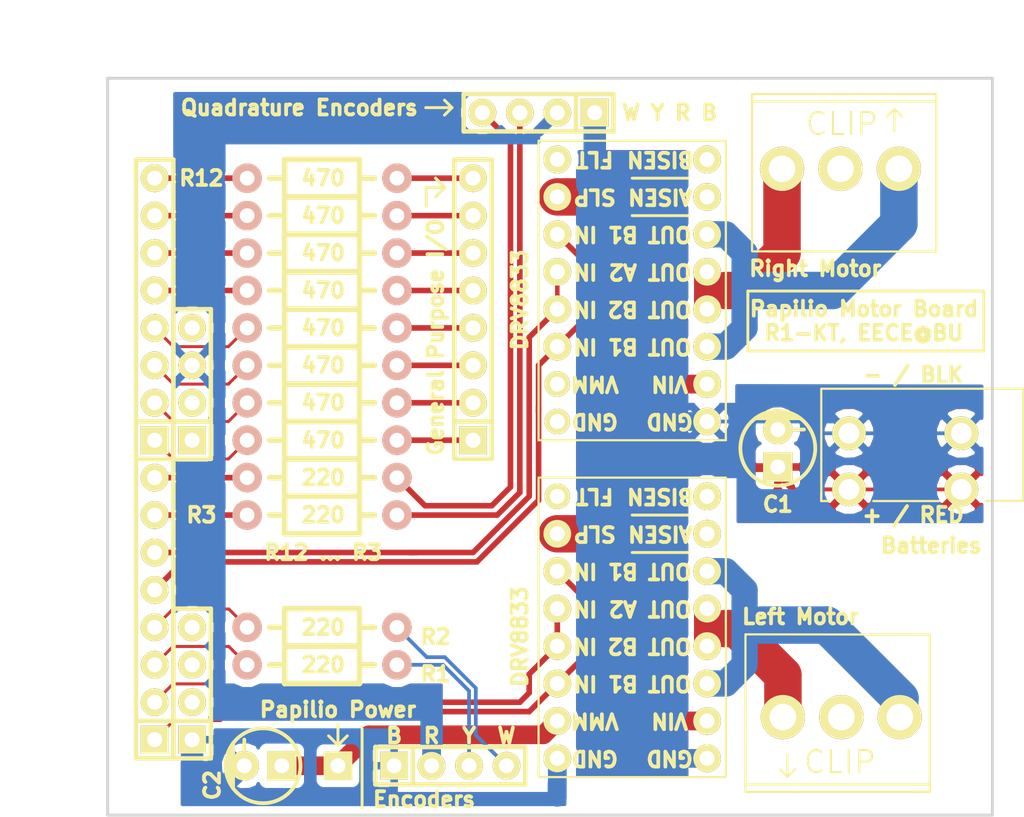
<source format=kicad_pcb>
(kicad_pcb (version 4) (host pcbnew "(2014-09-19 BZR 5142)-product")

  (general
    (links 58)
    (no_connects 1)
    (area 42.874333 32.8218 118.702058 88.030001)
    (thickness 1.6)
    (drawings 99)
    (tracks 187)
    (zones 0)
    (modules 27)
    (nets 52)
  )

  (page A4)
  (layers
    (0 F.Cu signal)
    (31 B.Cu signal)
    (32 B.Adhes user)
    (33 F.Adhes user)
    (34 B.Paste user)
    (35 F.Paste user)
    (36 B.SilkS user)
    (37 F.SilkS user)
    (38 B.Mask user)
    (39 F.Mask user)
    (40 Dwgs.User user)
    (41 Cmts.User user)
    (42 Eco1.User user)
    (43 Eco2.User user)
    (44 Edge.Cuts user)
    (45 Margin user)
    (46 B.CrtYd user)
    (47 F.CrtYd user)
    (48 B.Fab user)
    (49 F.Fab user)
  )

  (setup
    (last_trace_width 0.2032)
    (trace_clearance 0.2032)
    (zone_clearance 0.508)
    (zone_45_only no)
    (trace_min 0.2032)
    (segment_width 0.2)
    (edge_width 0.1)
    (via_size 0.889)
    (via_drill 0.762)
    (via_min_size 0.889)
    (via_min_drill 0.508)
    (uvia_size 0.508)
    (uvia_drill 0.127)
    (uvias_allowed no)
    (uvia_min_size 0.508)
    (uvia_min_drill 0.127)
    (pcb_text_width 0.254)
    (pcb_text_size 1.016 1.016)
    (mod_edge_width 0.15)
    (mod_text_size 1.016 1.016)
    (mod_text_width 0.254)
    (pad_size 1.7272 1.7272)
    (pad_drill 1.016)
    (pad_to_mask_clearance 0)
    (aux_axis_origin 0 0)
    (visible_elements FFFFFF7F)
    (pcbplotparams
      (layerselection 0x010f0_80000001)
      (usegerberextensions true)
      (excludeedgelayer true)
      (linewidth 0.100000)
      (plotframeref false)
      (viasonmask false)
      (mode 1)
      (useauxorigin false)
      (hpglpennumber 1)
      (hpglpenspeed 20)
      (hpglpendiameter 15)
      (hpglpenoverlay 2)
      (psnegative false)
      (psa4output false)
      (plotreference true)
      (plotvalue true)
      (plotinvisibletext false)
      (padsonsilk false)
      (subtractmaskfromsilk true)
      (outputformat 1)
      (mirror false)
      (drillshape 0)
      (scaleselection 1)
      (outputdirectory ../../../../Projects/Hardware/papilio_drv8833_wing/Gerbers/))
  )

  (net 0 "")
  (net 1 /LEFT_IN_1)
  (net 2 /LEFT_IN_2)
  (net 3 /LEFT_QUAD_A)
  (net 4 /LEFT_QUAD_B)
  (net 5 /RIGHT_IN_1)
  (net 6 /RIGHT_IN_2)
  (net 7 /RIGHT_QUAD_A)
  (net 8 /RIGHT_QUAD_B)
  (net 9 GND)
  (net 10 "Net-(P6-Pad2)")
  (net 11 "Net-(P6-Pad3)")
  (net 12 "Net-(P6-Pad4)")
  (net 13 /IO1_RAW)
  (net 14 /IO2_RAW)
  (net 15 /IO3_RAW)
  (net 16 /IO4_RAW)
  (net 17 /IO5_RAW)
  (net 18 /IO6_RAW)
  (net 19 /IO7_RAW)
  (net 20 /IO8_RAW)
  (net 21 3V3)
  (net 22 "Net-(P8-Pad3)")
  (net 23 "Net-(P8-Pad4)")
  (net 24 "Net-(P9-Pad3)")
  (net 25 "Net-(P9-Pad4)")
  (net 26 "Net-(P10-Pad1)")
  (net 27 /IO1)
  (net 28 /IO2)
  (net 29 /IO3)
  (net 30 /IO4)
  (net 31 /IO5)
  (net 32 /IO6)
  (net 33 /IO7)
  (net 34 /IO8)
  (net 35 +BATT)
  (net 36 /LEFT_MOTOR_1)
  (net 37 /LEFT_MOTOR_2)
  (net 38 "Net-(U1-Pad8)")
  (net 39 "Net-(U1-Pad9)")
  (net 40 /RIGHT_MOTOR_2)
  (net 41 /RIGHT_MOTOR_1)
  (net 42 "Net-(U2-Pad8)")
  (net 43 "Net-(U2-Pad9)")
  (net 44 "Net-(U2-Pad15)")
  (net 45 "Net-(U2-Pad16)")
  (net 46 "Net-(P10-Pad4)")
  (net 47 /PAPILIO_POWER)
  (net 48 "Net-(P10-Pad2)")
  (net 49 "Net-(U1-Pad7)")
  (net 50 "Net-(U2-Pad7)")
  (net 51 /BAT-)

  (net_class Default "This is the default net class."
    (clearance 0.2032)
    (trace_width 0.2032)
    (via_dia 0.889)
    (via_drill 0.762)
    (uvia_dia 0.508)
    (uvia_drill 0.127)
    (add_net +BATT)
    (add_net /BAT-)
    (add_net /IO1)
    (add_net /IO1_RAW)
    (add_net /IO2)
    (add_net /IO2_RAW)
    (add_net /IO3)
    (add_net /IO3_RAW)
    (add_net /IO4)
    (add_net /IO4_RAW)
    (add_net /IO5)
    (add_net /IO5_RAW)
    (add_net /IO6)
    (add_net /IO6_RAW)
    (add_net /IO7)
    (add_net /IO7_RAW)
    (add_net /IO8)
    (add_net /IO8_RAW)
    (add_net /LEFT_IN_1)
    (add_net /LEFT_IN_2)
    (add_net /LEFT_MOTOR_1)
    (add_net /LEFT_MOTOR_2)
    (add_net /LEFT_QUAD_A)
    (add_net /LEFT_QUAD_B)
    (add_net /PAPILIO_POWER)
    (add_net /RIGHT_IN_1)
    (add_net /RIGHT_IN_2)
    (add_net /RIGHT_MOTOR_1)
    (add_net /RIGHT_MOTOR_2)
    (add_net /RIGHT_QUAD_A)
    (add_net /RIGHT_QUAD_B)
    (add_net 3V3)
    (add_net GND)
    (add_net "Net-(P10-Pad1)")
    (add_net "Net-(P10-Pad2)")
    (add_net "Net-(P10-Pad4)")
    (add_net "Net-(P6-Pad2)")
    (add_net "Net-(P6-Pad3)")
    (add_net "Net-(P6-Pad4)")
    (add_net "Net-(P8-Pad3)")
    (add_net "Net-(P8-Pad4)")
    (add_net "Net-(P9-Pad3)")
    (add_net "Net-(P9-Pad4)")
    (add_net "Net-(U1-Pad7)")
    (add_net "Net-(U1-Pad8)")
    (add_net "Net-(U1-Pad9)")
    (add_net "Net-(U2-Pad15)")
    (add_net "Net-(U2-Pad16)")
    (add_net "Net-(U2-Pad7)")
    (add_net "Net-(U2-Pad8)")
    (add_net "Net-(U2-Pad9)")
  )

  (module Capacitors_ThroughHole:Capacitor5x11RM2.5 (layer F.Cu) (tedit 542244FB) (tstamp 54224542)
    (at 60.96 84.582 90)
    (descr "Capacitor, pol, cyl 5x11mm")
    (path /53CACD86)
    (fp_text reference C2 (at -1.316 -3.444 270) (layer F.SilkS)
      (effects (font (size 1.016 1.016) (thickness 0.254)))
    )
    (fp_text value 1uF (at -1.905 -4.445 180) (layer F.SilkS) hide
      (effects (font (thickness 0.3048)))
    )
    (fp_line (start 0.889 -1.27) (end 1.778 -1.27) (layer F.SilkS) (width 0.254))
    (fp_line (start 1.016 -2.286) (end -1.016 -2.286) (layer F.SilkS) (width 0.254))
    (fp_line (start -1.016 -2.286) (end -1.016 -2.159) (layer F.SilkS) (width 0.254))
    (fp_line (start -1.016 -2.159) (end 1.016 -2.159) (layer F.SilkS) (width 0.254))
    (fp_line (start -1.524 -2.032) (end 1.524 -2.032) (layer F.SilkS) (width 0.254))
    (fp_circle (center 0 0) (end -2.54 0) (layer F.SilkS) (width 0.254))
    (pad 1 thru_hole rect (at 0 1.27 90) (size 1.99898 1.99898) (drill 1.016) (layers *.Cu *.Mask F.SilkS)
      (net 47 /PAPILIO_POWER))
    (pad 2 thru_hole circle (at 0 -1.27 90) (size 1.99898 1.99898) (drill 1.016) (layers *.Cu *.Mask F.SilkS)
      (net 9 GND))
    (model discret/Capacitor/cp_5x11mm.wrl
      (at (xyz 0 0 0))
      (scale (xyz 1 1 1))
      (rotate (xyz 0 0 0))
    )
  )

  (module Connect:SIL-8 (layer F.Cu) (tedit 5413CBA2) (tstamp 54223AFA)
    (at 53.61 73.922 90)
    (descr "Connecteur 8 pins")
    (tags "CONN DEV")
    (path /53C91784)
    (fp_text reference P1 (at -6.35 -2.54 90) (layer F.SilkS) hide
      (effects (font (size 1.72974 1.08712) (thickness 0.27178)))
    )
    (fp_text value CONN_8 (at 5.08 -2.54 90) (layer F.SilkS) hide
      (effects (font (size 1.524 1.016) (thickness 0.254)))
    )
    (fp_line (start -10.16 -1.27) (end 10.16 -1.27) (layer F.SilkS) (width 0.3048))
    (fp_line (start 10.16 -1.27) (end 10.16 1.27) (layer F.SilkS) (width 0.3048))
    (fp_line (start 10.16 1.27) (end -10.16 1.27) (layer F.SilkS) (width 0.3048))
    (fp_line (start -10.16 1.27) (end -10.16 -1.27) (layer F.SilkS) (width 0.3048))
    (fp_line (start -7.62 1.27) (end -7.62 -1.27) (layer F.SilkS) (width 0.3048))
    (pad 1 thru_hole rect (at -8.89 0 90) (size 1.8796 1.8796) (drill 1.016) (layers *.Cu *.Mask F.SilkS)
      (net 1 /LEFT_IN_1))
    (pad 2 thru_hole circle (at -6.35 0 90) (size 1.8796 1.8796) (drill 1.016) (layers *.Cu *.Mask F.SilkS)
      (net 2 /LEFT_IN_2))
    (pad 3 thru_hole circle (at -3.81 0 90) (size 1.8796 1.8796) (drill 1.016) (layers *.Cu *.Mask F.SilkS)
      (net 3 /LEFT_QUAD_A))
    (pad 4 thru_hole circle (at -1.27 0 90) (size 1.8796 1.8796) (drill 1.016) (layers *.Cu *.Mask F.SilkS)
      (net 4 /LEFT_QUAD_B))
    (pad 5 thru_hole circle (at 1.27 0 90) (size 1.8796 1.8796) (drill 1.016) (layers *.Cu *.Mask F.SilkS)
      (net 5 /RIGHT_IN_1))
    (pad 6 thru_hole circle (at 3.81 0 90) (size 1.8796 1.8796) (drill 1.016) (layers *.Cu *.Mask F.SilkS)
      (net 6 /RIGHT_IN_2))
    (pad 7 thru_hole circle (at 6.35 0 90) (size 1.8796 1.8796) (drill 1.016) (layers *.Cu *.Mask F.SilkS)
      (net 7 /RIGHT_QUAD_A))
    (pad 8 thru_hole circle (at 8.89 0 90) (size 1.8796 1.8796) (drill 1.016) (layers *.Cu *.Mask F.SilkS)
      (net 8 /RIGHT_QUAD_B))
  )

  (module DRV8833:DRV8833-carrier (layer F.Cu) (tedit 5413DB98) (tstamp 54223B47)
    (at 91.075 61.222 90)
    (path /53C93DEE)
    (fp_text reference U2 (at 17.145 -12.7 90) (layer F.SilkS) hide
      (effects (font (size 1.5 1.5) (thickness 0.15)))
    )
    (fp_text value DRV8833 (at 16.51 2.54 90) (layer F.SilkS) hide
      (effects (font (size 1.5 1.5) (thickness 0.15)))
    )
    (fp_line (start -1.27 1.27) (end 19.05 1.27) (layer F.SilkS) (width 0.15))
    (fp_line (start 19.05 1.27) (end 19.05 -11.43) (layer F.SilkS) (width 0.15))
    (fp_line (start 19.05 -11.43) (end -1.27 -11.43) (layer F.SilkS) (width 0.15))
    (fp_line (start -1.27 -11.43) (end -1.27 1.27) (layer F.SilkS) (width 0.15))
    (pad 1 thru_hole circle (at 0 0 90) (size 1.8796 1.8796) (drill 1.016) (layers *.Cu *.Mask F.SilkS)
      (net 51 /BAT-))
    (pad 2 thru_hole circle (at 2.54 0 90) (size 1.8796 1.8796) (drill 1.016) (layers *.Cu *.Mask F.SilkS)
      (net 35 +BATT))
    (pad 3 thru_hole circle (at 5.08 0 90) (size 1.8796 1.8796) (drill 1.016) (layers *.Cu *.Mask F.SilkS)
      (net 41 /RIGHT_MOTOR_1))
    (pad 4 thru_hole circle (at 7.62 0 90) (size 1.8796 1.8796) (drill 1.016) (layers *.Cu *.Mask F.SilkS)
      (net 40 /RIGHT_MOTOR_2))
    (pad 5 thru_hole circle (at 10.16 0 90) (size 1.8796 1.8796) (drill 1.016) (layers *.Cu *.Mask F.SilkS)
      (net 40 /RIGHT_MOTOR_2))
    (pad 6 thru_hole circle (at 12.7 0 90) (size 1.8796 1.8796) (drill 1.016) (layers *.Cu *.Mask F.SilkS)
      (net 41 /RIGHT_MOTOR_1))
    (pad 7 thru_hole circle (at 15.24 0 90) (size 1.8796 1.8796) (drill 1.016) (layers *.Cu *.Mask F.SilkS)
      (net 50 "Net-(U2-Pad7)"))
    (pad 8 thru_hole circle (at 17.78 0 90) (size 1.8796 1.8796) (drill 1.016) (layers *.Cu *.Mask F.SilkS)
      (net 42 "Net-(U2-Pad8)"))
    (pad 9 thru_hole circle (at 17.78 -10.16 90) (size 1.8796 1.8796) (drill 1.016) (layers *.Cu *.Mask F.SilkS)
      (net 43 "Net-(U2-Pad9)"))
    (pad 10 thru_hole circle (at 15.24 -10.16 90) (size 1.8796 1.8796) (drill 1.016) (layers *.Cu *.Mask F.SilkS)
      (net 35 +BATT))
    (pad 11 thru_hole circle (at 12.7 -10.16 90) (size 1.8796 1.8796) (drill 1.016) (layers *.Cu *.Mask F.SilkS)
      (net 5 /RIGHT_IN_1))
    (pad 12 thru_hole circle (at 10.16 -10.16 90) (size 1.8796 1.8796) (drill 1.016) (layers *.Cu *.Mask F.SilkS)
      (net 6 /RIGHT_IN_2))
    (pad 13 thru_hole circle (at 7.62 -10.16 90) (size 1.8796 1.8796) (drill 1.016) (layers *.Cu *.Mask F.SilkS)
      (net 6 /RIGHT_IN_2))
    (pad 14 thru_hole circle (at 5.08 -10.16 90) (size 1.8796 1.8796) (drill 1.016) (layers *.Cu *.Mask F.SilkS)
      (net 5 /RIGHT_IN_1))
    (pad 15 thru_hole circle (at 2.54 -10.16 90) (size 1.7272 1.7272) (drill 1.016) (layers *.Cu *.Mask F.SilkS)
      (net 44 "Net-(U2-Pad15)") (clearance 0.2032))
    (pad 16 thru_hole circle (at 0 -10.16 90) (size 1.7272 1.7272) (drill 1.016) (layers *.Cu *.Mask F.SilkS)
      (net 45 "Net-(U2-Pad16)") (clearance 0.2032))
  )

  (module Capacitors_ThroughHole:Capacitor5x11RM2.5 (layer F.Cu) (tedit 542244F0) (tstamp 5422447A)
    (at 95.87 63.038)
    (descr "Capacitor, pol, cyl 5x11mm")
    (path /53CABC0C)
    (fp_text reference C1 (at 0 3.81 180) (layer F.SilkS)
      (effects (font (size 1.016 1.016) (thickness 0.254)))
    )
    (fp_text value 1uF (at -0.635 -5.08 90) (layer F.SilkS) hide
      (effects (font (thickness 0.3048)))
    )
    (fp_line (start 0.889 -1.27) (end 1.778 -1.27) (layer F.SilkS) (width 0.254))
    (fp_line (start 1.016 -2.286) (end -1.016 -2.286) (layer F.SilkS) (width 0.254))
    (fp_line (start -1.016 -2.286) (end -1.016 -2.159) (layer F.SilkS) (width 0.254))
    (fp_line (start -1.016 -2.159) (end 1.016 -2.159) (layer F.SilkS) (width 0.254))
    (fp_line (start -1.524 -2.032) (end 1.524 -2.032) (layer F.SilkS) (width 0.254))
    (fp_circle (center 0 0) (end -2.54 0) (layer F.SilkS) (width 0.254))
    (pad 1 thru_hole rect (at 0 1.27) (size 1.99898 1.99898) (drill 1.016) (layers *.Cu *.Mask F.SilkS)
      (net 35 +BATT))
    (pad 2 thru_hole circle (at 0 -1.27) (size 1.99898 1.99898) (drill 1.016) (layers *.Cu *.Mask F.SilkS)
      (net 51 /BAT-))
    (model discret/Capacitor/cp_5x11mm.wrl
      (at (xyz 0 0 0))
      (scale (xyz 1 1 1))
      (rotate (xyz 0 0 0))
    )
  )

  (module Connect:SIL-4 (layer F.Cu) (tedit 5413CBC3) (tstamp 54223ADB)
    (at 56.15 79.002 90)
    (descr "Connecteur 4 pibs")
    (tags "CONN DEV")
    (path /53CB04A1)
    (fp_text reference P6 (at 0 -2.54 90) (layer F.SilkS) hide
      (effects (font (size 1.73482 1.08712) (thickness 0.27178)))
    )
    (fp_text value CONN_4 (at 0 -2.54 90) (layer F.SilkS) hide
      (effects (font (size 1.524 1.016) (thickness 0.3048)))
    )
    (fp_line (start -5.08 -1.27) (end -5.08 -1.27) (layer F.SilkS) (width 0.3048))
    (fp_line (start -5.08 1.27) (end -5.08 -1.27) (layer F.SilkS) (width 0.3048))
    (fp_line (start -5.08 -1.27) (end -5.08 -1.27) (layer F.SilkS) (width 0.3048))
    (fp_line (start -5.08 -1.27) (end 5.08 -1.27) (layer F.SilkS) (width 0.3048))
    (fp_line (start 5.08 -1.27) (end 5.08 1.27) (layer F.SilkS) (width 0.3048))
    (fp_line (start 5.08 1.27) (end -5.08 1.27) (layer F.SilkS) (width 0.3048))
    (fp_line (start -2.54 1.27) (end -2.54 -1.27) (layer F.SilkS) (width 0.3048))
    (pad 1 thru_hole rect (at -3.81 0 90) (size 1.8796 1.8796) (drill 1.016) (layers *.Cu *.Mask F.SilkS)
      (net 9 GND))
    (pad 2 thru_hole circle (at -1.27 0 90) (size 1.8796 1.8796) (drill 1.016) (layers *.Cu *.Mask F.SilkS)
      (net 10 "Net-(P6-Pad2)"))
    (pad 3 thru_hole circle (at 1.27 0 90) (size 1.8796 1.8796) (drill 1.016) (layers *.Cu *.Mask F.SilkS)
      (net 11 "Net-(P6-Pad3)"))
    (pad 4 thru_hole circle (at 3.81 0 90) (size 1.8796 1.8796) (drill 1.016) (layers *.Cu *.Mask F.SilkS)
      (net 12 "Net-(P6-Pad4)"))
  )

  (module Connect:SIL-8 (layer F.Cu) (tedit 5413C9E9) (tstamp 54223AA4)
    (at 53.61 53.602 90)
    (descr "Connecteur 8 pins")
    (tags "CONN DEV")
    (path /53C96489)
    (fp_text reference P7 (at 12.065 0 90) (layer F.SilkS) hide
      (effects (font (size 1.72974 1.08712) (thickness 0.27178)))
    )
    (fp_text value CONN_8 (at 5.08 -2.54 90) (layer F.SilkS) hide
      (effects (font (size 1.524 1.016) (thickness 0.254)))
    )
    (fp_line (start -10.16 -1.27) (end 10.16 -1.27) (layer F.SilkS) (width 0.3048))
    (fp_line (start 10.16 -1.27) (end 10.16 1.27) (layer F.SilkS) (width 0.3048))
    (fp_line (start 10.16 1.27) (end -10.16 1.27) (layer F.SilkS) (width 0.3048))
    (fp_line (start -10.16 1.27) (end -10.16 -1.27) (layer F.SilkS) (width 0.3048))
    (fp_line (start -7.62 1.27) (end -7.62 -1.27) (layer F.SilkS) (width 0.3048))
    (pad 1 thru_hole rect (at -8.89 0 90) (size 1.8796 1.8796) (drill 1.016) (layers *.Cu *.Mask F.SilkS)
      (net 13 /IO1_RAW))
    (pad 2 thru_hole circle (at -6.35 0 90) (size 1.8796 1.8796) (drill 1.016) (layers *.Cu *.Mask F.SilkS)
      (net 14 /IO2_RAW))
    (pad 3 thru_hole circle (at -3.81 0 90) (size 1.8796 1.8796) (drill 1.016) (layers *.Cu *.Mask F.SilkS)
      (net 15 /IO3_RAW))
    (pad 4 thru_hole circle (at -1.27 0 90) (size 1.8796 1.8796) (drill 1.016) (layers *.Cu *.Mask F.SilkS)
      (net 16 /IO4_RAW))
    (pad 5 thru_hole circle (at 1.27 0 90) (size 1.8796 1.8796) (drill 1.016) (layers *.Cu *.Mask F.SilkS)
      (net 17 /IO5_RAW))
    (pad 6 thru_hole circle (at 3.81 0 90) (size 1.8796 1.8796) (drill 1.016) (layers *.Cu *.Mask F.SilkS)
      (net 18 /IO6_RAW))
    (pad 7 thru_hole circle (at 6.35 0 90) (size 1.8796 1.8796) (drill 1.016) (layers *.Cu *.Mask F.SilkS)
      (net 19 /IO7_RAW))
    (pad 8 thru_hole circle (at 8.89 0 90) (size 1.8796 1.8796) (drill 1.016) (layers *.Cu *.Mask F.SilkS)
      (net 20 /IO8_RAW))
  )

  (module Connect:SIL-4 (layer F.Cu) (tedit 5413CC36) (tstamp 5422360A)
    (at 73.66 84.582)
    (descr "Connecteur 4 pibs")
    (tags "CONN DEV")
    (path /53C94C26)
    (fp_text reference P8 (at 6.35 0) (layer F.SilkS) hide
      (effects (font (size 1.73482 1.08712) (thickness 0.27178)))
    )
    (fp_text value CONN_4 (at 0 -2.54) (layer F.SilkS) hide
      (effects (font (size 1.524 1.016) (thickness 0.3048)))
    )
    (fp_line (start -5.08 -1.27) (end -5.08 -1.27) (layer F.SilkS) (width 0.3048))
    (fp_line (start -5.08 1.27) (end -5.08 -1.27) (layer F.SilkS) (width 0.3048))
    (fp_line (start -5.08 -1.27) (end -5.08 -1.27) (layer F.SilkS) (width 0.3048))
    (fp_line (start -5.08 -1.27) (end 5.08 -1.27) (layer F.SilkS) (width 0.3048))
    (fp_line (start 5.08 -1.27) (end 5.08 1.27) (layer F.SilkS) (width 0.3048))
    (fp_line (start 5.08 1.27) (end -5.08 1.27) (layer F.SilkS) (width 0.3048))
    (fp_line (start -2.54 1.27) (end -2.54 -1.27) (layer F.SilkS) (width 0.3048))
    (pad 1 thru_hole rect (at -3.81 0) (size 1.8796 1.8796) (drill 1.016) (layers *.Cu *.Mask F.SilkS)
      (net 9 GND))
    (pad 2 thru_hole circle (at -1.27 0) (size 1.8796 1.8796) (drill 1.016) (layers *.Cu *.Mask F.SilkS)
      (net 21 3V3))
    (pad 3 thru_hole circle (at 1.27 0) (size 1.8796 1.8796) (drill 1.016) (layers *.Cu *.Mask F.SilkS)
      (net 22 "Net-(P8-Pad3)"))
    (pad 4 thru_hole circle (at 3.81 0) (size 1.8796 1.8796) (drill 1.016) (layers *.Cu *.Mask F.SilkS)
      (net 23 "Net-(P8-Pad4)"))
  )

  (module Connect:SIL-4 (layer F.Cu) (tedit 5413C92D) (tstamp 54223B7B)
    (at 79.645 40.267 180)
    (descr "Connecteur 4 pibs")
    (tags "CONN DEV")
    (path /53C9B39F)
    (fp_text reference P9 (at -6.35 0 180) (layer F.SilkS) hide
      (effects (font (size 1.73482 1.08712) (thickness 0.27178)))
    )
    (fp_text value CONN_4 (at 0 -2.54 180) (layer F.SilkS) hide
      (effects (font (size 1.524 1.016) (thickness 0.3048)))
    )
    (fp_line (start -5.08 -1.27) (end -5.08 -1.27) (layer F.SilkS) (width 0.3048))
    (fp_line (start -5.08 1.27) (end -5.08 -1.27) (layer F.SilkS) (width 0.3048))
    (fp_line (start -5.08 -1.27) (end -5.08 -1.27) (layer F.SilkS) (width 0.3048))
    (fp_line (start -5.08 -1.27) (end 5.08 -1.27) (layer F.SilkS) (width 0.3048))
    (fp_line (start 5.08 -1.27) (end 5.08 1.27) (layer F.SilkS) (width 0.3048))
    (fp_line (start 5.08 1.27) (end -5.08 1.27) (layer F.SilkS) (width 0.3048))
    (fp_line (start -2.54 1.27) (end -2.54 -1.27) (layer F.SilkS) (width 0.3048))
    (pad 1 thru_hole rect (at -3.81 0 180) (size 1.8796 1.8796) (drill 1.016) (layers *.Cu *.Mask F.SilkS)
      (net 51 /BAT-))
    (pad 2 thru_hole circle (at -1.27 0 180) (size 1.8796 1.8796) (drill 1.016) (layers *.Cu *.Mask F.SilkS)
      (net 21 3V3))
    (pad 3 thru_hole circle (at 1.27 0 180) (size 1.8796 1.8796) (drill 1.016) (layers *.Cu *.Mask F.SilkS)
      (net 24 "Net-(P9-Pad3)"))
    (pad 4 thru_hole circle (at 3.81 0 180) (size 1.8796 1.8796) (drill 1.016) (layers *.Cu *.Mask F.SilkS)
      (net 25 "Net-(P9-Pad4)"))
  )

  (module Connect:SIL-4 (layer F.Cu) (tedit 5413D50E) (tstamp 54223A85)
    (at 56.15 58.682 90)
    (descr "Connecteur 4 pibs")
    (tags "CONN DEV")
    (path /53C918F7)
    (fp_text reference P10 (at -6.985 0 90) (layer F.SilkS) hide
      (effects (font (size 1.73482 1.08712) (thickness 0.27178)))
    )
    (fp_text value CONN_4 (at 0 -2.54 90) (layer F.SilkS) hide
      (effects (font (size 1.524 1.016) (thickness 0.3048)))
    )
    (fp_line (start -5.08 -1.27) (end -5.08 -1.27) (layer F.SilkS) (width 0.3048))
    (fp_line (start -5.08 1.27) (end -5.08 -1.27) (layer F.SilkS) (width 0.3048))
    (fp_line (start -5.08 -1.27) (end -5.08 -1.27) (layer F.SilkS) (width 0.3048))
    (fp_line (start -5.08 -1.27) (end 5.08 -1.27) (layer F.SilkS) (width 0.3048))
    (fp_line (start 5.08 -1.27) (end 5.08 1.27) (layer F.SilkS) (width 0.3048))
    (fp_line (start 5.08 1.27) (end -5.08 1.27) (layer F.SilkS) (width 0.3048))
    (fp_line (start -2.54 1.27) (end -2.54 -1.27) (layer F.SilkS) (width 0.3048))
    (pad 1 thru_hole rect (at -3.81 0 90) (size 1.8796 1.8796) (drill 1.016) (layers *.Cu *.Mask F.SilkS)
      (net 26 "Net-(P10-Pad1)") (clearance 0.2032))
    (pad 2 thru_hole circle (at -1.27 0 90) (size 1.8796 1.8796) (drill 1.016) (layers *.Cu *.Mask F.SilkS)
      (net 48 "Net-(P10-Pad2)") (clearance 0.2032))
    (pad 3 thru_hole circle (at 1.27 0 90) (size 1.8796 1.8796) (drill 1.016) (layers *.Cu *.Mask F.SilkS)
      (net 21 3V3) (clearance 0.2032))
    (pad 4 thru_hole circle (at 3.81 0 90) (size 1.8796 1.8796) (drill 1.016) (layers *.Cu *.Mask F.SilkS)
      (net 46 "Net-(P10-Pad4)") (clearance 0.2032))
  )

  (module Connect:SIL-8 (layer F.Cu) (tedit 5413CC88) (tstamp 54223A5B)
    (at 75.2 53.602 90)
    (descr "Connecteur 8 pins")
    (tags "CONN DEV")
    (path /53C97480)
    (fp_text reference P11 (at -6.35 -2.54 90) (layer F.SilkS) hide
      (effects (font (size 1.72974 1.08712) (thickness 0.27178)))
    )
    (fp_text value CONN_8 (at 5.08 -2.54 90) (layer F.SilkS) hide
      (effects (font (size 1.524 1.016) (thickness 0.254)))
    )
    (fp_line (start -10.16 -1.27) (end 10.16 -1.27) (layer F.SilkS) (width 0.3048))
    (fp_line (start 10.16 -1.27) (end 10.16 1.27) (layer F.SilkS) (width 0.3048))
    (fp_line (start 10.16 1.27) (end -10.16 1.27) (layer F.SilkS) (width 0.3048))
    (fp_line (start -10.16 1.27) (end -10.16 -1.27) (layer F.SilkS) (width 0.3048))
    (fp_line (start -7.62 1.27) (end -7.62 -1.27) (layer F.SilkS) (width 0.3048))
    (pad 1 thru_hole rect (at -8.89 0 90) (size 1.8796 1.8796) (drill 1.016) (layers *.Cu *.Mask F.SilkS)
      (net 27 /IO1))
    (pad 2 thru_hole circle (at -6.35 0 90) (size 1.8796 1.8796) (drill 1.016) (layers *.Cu *.Mask F.SilkS)
      (net 28 /IO2))
    (pad 3 thru_hole circle (at -3.81 0 90) (size 1.8796 1.8796) (drill 1.016) (layers *.Cu *.Mask F.SilkS)
      (net 29 /IO3))
    (pad 4 thru_hole circle (at -1.27 0 90) (size 1.8796 1.8796) (drill 1.016) (layers *.Cu *.Mask F.SilkS)
      (net 30 /IO4))
    (pad 5 thru_hole circle (at 1.27 0 90) (size 1.8796 1.8796) (drill 1.016) (layers *.Cu *.Mask F.SilkS)
      (net 31 /IO5))
    (pad 6 thru_hole circle (at 3.81 0 90) (size 1.8796 1.8796) (drill 1.016) (layers *.Cu *.Mask F.SilkS)
      (net 32 /IO6))
    (pad 7 thru_hole circle (at 6.35 0 90) (size 1.8796 1.8796) (drill 1.016) (layers *.Cu *.Mask F.SilkS)
      (net 33 /IO7))
    (pad 8 thru_hole circle (at 8.89 0 90) (size 1.8796 1.8796) (drill 1.016) (layers *.Cu *.Mask F.SilkS)
      (net 34 /IO8))
  )

  (module Resistors_ThroughHole:Resistor_Horizontal_RM10mm (layer F.Cu) (tedit 53F37695) (tstamp 54223AE8)
    (at 65.04 75.192 180)
    (descr "Resistor, Axial,  RM 10mm, 1/3W,")
    (tags "Resistor, Axial, RM 10mm, 1/3W,")
    (path /53C9A37A)
    (fp_text reference R2 (at -7.62 -0.635 180) (layer F.SilkS)
      (effects (font (size 1.016 1.016) (thickness 0.254)))
    )
    (fp_text value 220 (at 3.81 3.81 180) (layer F.SilkS) hide
      (effects (font (size 1.50114 1.50114) (thickness 0.20066)))
    )
    (fp_line (start -2.46126 0) (end -3.47726 0) (layer F.SilkS) (width 0.381))
    (fp_line (start 2.61874 0) (end 3.63474 0) (layer F.SilkS) (width 0.381))
    (fp_line (start -2.46126 -1.27) (end 2.61874 -1.27) (layer F.SilkS) (width 0.381))
    (fp_line (start 2.61874 -1.27) (end 2.61874 1.27) (layer F.SilkS) (width 0.381))
    (fp_line (start 2.61874 1.27) (end -2.46126 1.27) (layer F.SilkS) (width 0.381))
    (fp_line (start -2.46126 1.27) (end -2.46126 -1.27) (layer F.SilkS) (width 0.381))
    (pad 1 thru_hole circle (at -5.00126 0 180) (size 1.99898 1.99898) (drill 1.00076) (layers *.Cu *.SilkS *.Mask)
      (net 23 "Net-(P8-Pad4)"))
    (pad 2 thru_hole circle (at 5.15874 0 180) (size 1.99898 1.99898) (drill 1.00076) (layers *.Cu *.SilkS *.Mask)
      (net 4 /LEFT_QUAD_B))
  )

  (module Resistors_ThroughHole:Resistor_Horizontal_RM10mm (layer F.Cu) (tedit 53F375B4) (tstamp 54223ACB)
    (at 65.04 67.572 180)
    (descr "Resistor, Axial,  RM 10mm, 1/3W,")
    (tags "Resistor, Axial, RM 10mm, 1/3W,")
    (path /53C9B3B6)
    (fp_text reference R3 (at 0 0 180) (layer F.SilkS) hide
      (effects (font (thickness 0.3048)))
    )
    (fp_text value 220 (at 3.81 3.81 180) (layer F.SilkS) hide
      (effects (font (size 1.50114 1.50114) (thickness 0.20066)))
    )
    (fp_line (start -2.46126 0) (end -3.47726 0) (layer F.SilkS) (width 0.381))
    (fp_line (start 2.61874 0) (end 3.63474 0) (layer F.SilkS) (width 0.381))
    (fp_line (start -2.46126 -1.27) (end 2.61874 -1.27) (layer F.SilkS) (width 0.381))
    (fp_line (start 2.61874 -1.27) (end 2.61874 1.27) (layer F.SilkS) (width 0.381))
    (fp_line (start 2.61874 1.27) (end -2.46126 1.27) (layer F.SilkS) (width 0.381))
    (fp_line (start -2.46126 1.27) (end -2.46126 -1.27) (layer F.SilkS) (width 0.381))
    (pad 1 thru_hole circle (at -5.00126 0 180) (size 1.99898 1.99898) (drill 1.00076) (layers *.Cu *.SilkS *.Mask)
      (net 24 "Net-(P9-Pad3)"))
    (pad 2 thru_hole circle (at 5.15874 0 180) (size 1.99898 1.99898) (drill 1.00076) (layers *.Cu *.SilkS *.Mask)
      (net 7 /RIGHT_QUAD_A))
  )

  (module Resistors_ThroughHole:Resistor_Horizontal_RM10mm (layer F.Cu) (tedit 53F375B1) (tstamp 54223A75)
    (at 65.04 65.032 180)
    (descr "Resistor, Axial,  RM 10mm, 1/3W,")
    (tags "Resistor, Axial, RM 10mm, 1/3W,")
    (path /53C9B3BC)
    (fp_text reference R4 (at 0 0 180) (layer F.SilkS) hide
      (effects (font (thickness 0.3048)))
    )
    (fp_text value 220 (at 3.81 3.81 180) (layer F.SilkS) hide
      (effects (font (size 1.50114 1.50114) (thickness 0.20066)))
    )
    (fp_line (start -2.46126 0) (end -3.47726 0) (layer F.SilkS) (width 0.381))
    (fp_line (start 2.61874 0) (end 3.63474 0) (layer F.SilkS) (width 0.381))
    (fp_line (start -2.46126 -1.27) (end 2.61874 -1.27) (layer F.SilkS) (width 0.381))
    (fp_line (start 2.61874 -1.27) (end 2.61874 1.27) (layer F.SilkS) (width 0.381))
    (fp_line (start 2.61874 1.27) (end -2.46126 1.27) (layer F.SilkS) (width 0.381))
    (fp_line (start -2.46126 1.27) (end -2.46126 -1.27) (layer F.SilkS) (width 0.381))
    (pad 1 thru_hole circle (at -5.00126 0 180) (size 1.99898 1.99898) (drill 1.00076) (layers *.Cu *.SilkS *.Mask)
      (net 25 "Net-(P9-Pad4)"))
    (pad 2 thru_hole circle (at 5.15874 0 180) (size 1.99898 1.99898) (drill 1.00076) (layers *.Cu *.SilkS *.Mask)
      (net 8 /RIGHT_QUAD_B))
  )

  (module Resistors_ThroughHole:Resistor_Horizontal_RM10mm (layer F.Cu) (tedit 53F375AE) (tstamp 54223A92)
    (at 64.88252 62.492)
    (descr "Resistor, Axial,  RM 10mm, 1/3W,")
    (tags "Resistor, Axial, RM 10mm, 1/3W,")
    (path /53C967FC)
    (fp_text reference R5 (at 0.15748 0) (layer F.SilkS) hide
      (effects (font (thickness 0.3048)))
    )
    (fp_text value 470 (at 3.81 3.81) (layer F.SilkS) hide
      (effects (font (size 1.50114 1.50114) (thickness 0.20066)))
    )
    (fp_line (start -2.46126 0) (end -3.47726 0) (layer F.SilkS) (width 0.381))
    (fp_line (start 2.61874 0) (end 3.63474 0) (layer F.SilkS) (width 0.381))
    (fp_line (start -2.46126 -1.27) (end 2.61874 -1.27) (layer F.SilkS) (width 0.381))
    (fp_line (start 2.61874 -1.27) (end 2.61874 1.27) (layer F.SilkS) (width 0.381))
    (fp_line (start 2.61874 1.27) (end -2.46126 1.27) (layer F.SilkS) (width 0.381))
    (fp_line (start -2.46126 1.27) (end -2.46126 -1.27) (layer F.SilkS) (width 0.381))
    (pad 1 thru_hole circle (at -5.00126 0) (size 1.99898 1.99898) (drill 1.00076) (layers *.Cu *.SilkS *.Mask)
      (net 13 /IO1_RAW))
    (pad 2 thru_hole circle (at 5.15874 0) (size 1.99898 1.99898) (drill 1.00076) (layers *.Cu *.SilkS *.Mask)
      (net 27 /IO1))
  )

  (module Resistors_ThroughHole:Resistor_Horizontal_RM10mm (layer F.Cu) (tedit 53F375AB) (tstamp 54223A3C)
    (at 64.88252 59.952)
    (descr "Resistor, Axial,  RM 10mm, 1/3W,")
    (tags "Resistor, Axial, RM 10mm, 1/3W,")
    (path /53C96E89)
    (fp_text reference R6 (at 0.15748 0) (layer F.SilkS) hide
      (effects (font (thickness 0.3048)))
    )
    (fp_text value 470 (at 3.81 3.81) (layer F.SilkS) hide
      (effects (font (size 1.50114 1.50114) (thickness 0.20066)))
    )
    (fp_line (start -2.46126 0) (end -3.47726 0) (layer F.SilkS) (width 0.381))
    (fp_line (start 2.61874 0) (end 3.63474 0) (layer F.SilkS) (width 0.381))
    (fp_line (start -2.46126 -1.27) (end 2.61874 -1.27) (layer F.SilkS) (width 0.381))
    (fp_line (start 2.61874 -1.27) (end 2.61874 1.27) (layer F.SilkS) (width 0.381))
    (fp_line (start 2.61874 1.27) (end -2.46126 1.27) (layer F.SilkS) (width 0.381))
    (fp_line (start -2.46126 1.27) (end -2.46126 -1.27) (layer F.SilkS) (width 0.381))
    (pad 1 thru_hole circle (at -5.00126 0) (size 1.99898 1.99898) (drill 1.00076) (layers *.Cu *.SilkS *.Mask)
      (net 14 /IO2_RAW))
    (pad 2 thru_hole circle (at 5.15874 0) (size 1.99898 1.99898) (drill 1.00076) (layers *.Cu *.SilkS *.Mask)
      (net 28 /IO2))
  )

  (module Resistors_ThroughHole:Resistor_Horizontal_RM10mm (layer F.Cu) (tedit 53F375A8) (tstamp 54223A2F)
    (at 64.88252 57.412)
    (descr "Resistor, Axial,  RM 10mm, 1/3W,")
    (tags "Resistor, Axial, RM 10mm, 1/3W,")
    (path /53C96EF8)
    (fp_text reference R7 (at 0.15748 0) (layer F.SilkS) hide
      (effects (font (thickness 0.3048)))
    )
    (fp_text value 470 (at 3.81 3.81) (layer F.SilkS) hide
      (effects (font (size 1.50114 1.50114) (thickness 0.20066)))
    )
    (fp_line (start -2.46126 0) (end -3.47726 0) (layer F.SilkS) (width 0.381))
    (fp_line (start 2.61874 0) (end 3.63474 0) (layer F.SilkS) (width 0.381))
    (fp_line (start -2.46126 -1.27) (end 2.61874 -1.27) (layer F.SilkS) (width 0.381))
    (fp_line (start 2.61874 -1.27) (end 2.61874 1.27) (layer F.SilkS) (width 0.381))
    (fp_line (start 2.61874 1.27) (end -2.46126 1.27) (layer F.SilkS) (width 0.381))
    (fp_line (start -2.46126 1.27) (end -2.46126 -1.27) (layer F.SilkS) (width 0.381))
    (pad 1 thru_hole circle (at -5.00126 0) (size 1.99898 1.99898) (drill 1.00076) (layers *.Cu *.SilkS *.Mask)
      (net 15 /IO3_RAW))
    (pad 2 thru_hole circle (at 5.15874 0) (size 1.99898 1.99898) (drill 1.00076) (layers *.Cu *.SilkS *.Mask)
      (net 29 /IO3))
  )

  (module Resistors_ThroughHole:Resistor_Horizontal_RM10mm (layer F.Cu) (tedit 53F375A2) (tstamp 54223A15)
    (at 64.88252 54.872)
    (descr "Resistor, Axial,  RM 10mm, 1/3W,")
    (tags "Resistor, Axial, RM 10mm, 1/3W,")
    (path /53C96EFF)
    (fp_text reference R8 (at 0.15748 0) (layer F.SilkS) hide
      (effects (font (thickness 0.3048)))
    )
    (fp_text value 470 (at 3.81 3.81) (layer F.SilkS) hide
      (effects (font (size 1.50114 1.50114) (thickness 0.20066)))
    )
    (fp_line (start -2.46126 0) (end -3.47726 0) (layer F.SilkS) (width 0.381))
    (fp_line (start 2.61874 0) (end 3.63474 0) (layer F.SilkS) (width 0.381))
    (fp_line (start -2.46126 -1.27) (end 2.61874 -1.27) (layer F.SilkS) (width 0.381))
    (fp_line (start 2.61874 -1.27) (end 2.61874 1.27) (layer F.SilkS) (width 0.381))
    (fp_line (start 2.61874 1.27) (end -2.46126 1.27) (layer F.SilkS) (width 0.381))
    (fp_line (start -2.46126 1.27) (end -2.46126 -1.27) (layer F.SilkS) (width 0.381))
    (pad 1 thru_hole circle (at -5.00126 0) (size 1.99898 1.99898) (drill 1.00076) (layers *.Cu *.SilkS *.Mask)
      (net 16 /IO4_RAW))
    (pad 2 thru_hole circle (at 5.15874 0) (size 1.99898 1.99898) (drill 1.00076) (layers *.Cu *.SilkS *.Mask)
      (net 30 /IO4))
  )

  (module Resistors_ThroughHole:Resistor_Horizontal_RM10mm (layer F.Cu) (tedit 53F37573) (tstamp 54223A08)
    (at 64.88252 52.332)
    (descr "Resistor, Axial,  RM 10mm, 1/3W,")
    (tags "Resistor, Axial, RM 10mm, 1/3W,")
    (path /53C9700E)
    (fp_text reference R9 (at 0.15748 0) (layer F.SilkS) hide
      (effects (font (thickness 0.3048)))
    )
    (fp_text value 470 (at 3.81 3.81) (layer F.SilkS) hide
      (effects (font (size 1.50114 1.50114) (thickness 0.20066)))
    )
    (fp_line (start -2.46126 0) (end -3.47726 0) (layer F.SilkS) (width 0.381))
    (fp_line (start 2.61874 0) (end 3.63474 0) (layer F.SilkS) (width 0.381))
    (fp_line (start -2.46126 -1.27) (end 2.61874 -1.27) (layer F.SilkS) (width 0.381))
    (fp_line (start 2.61874 -1.27) (end 2.61874 1.27) (layer F.SilkS) (width 0.381))
    (fp_line (start 2.61874 1.27) (end -2.46126 1.27) (layer F.SilkS) (width 0.381))
    (fp_line (start -2.46126 1.27) (end -2.46126 -1.27) (layer F.SilkS) (width 0.381))
    (pad 1 thru_hole circle (at -5.00126 0) (size 1.99898 1.99898) (drill 1.00076) (layers *.Cu *.SilkS *.Mask)
      (net 17 /IO5_RAW))
    (pad 2 thru_hole circle (at 5.15874 0) (size 1.99898 1.99898) (drill 1.00076) (layers *.Cu *.SilkS *.Mask)
      (net 31 /IO5))
  )

  (module Resistors_ThroughHole:Resistor_Horizontal_RM10mm (layer F.Cu) (tedit 53F37567) (tstamp 54223A22)
    (at 64.88252 49.792)
    (descr "Resistor, Axial,  RM 10mm, 1/3W,")
    (tags "Resistor, Axial, RM 10mm, 1/3W,")
    (path /53C97015)
    (fp_text reference R10 (at 0.15748 0) (layer F.SilkS) hide
      (effects (font (thickness 0.3048)))
    )
    (fp_text value 470 (at 3.81 3.81) (layer F.SilkS) hide
      (effects (font (size 1.50114 1.50114) (thickness 0.20066)))
    )
    (fp_line (start -2.46126 0) (end -3.47726 0) (layer F.SilkS) (width 0.381))
    (fp_line (start 2.61874 0) (end 3.63474 0) (layer F.SilkS) (width 0.381))
    (fp_line (start -2.46126 -1.27) (end 2.61874 -1.27) (layer F.SilkS) (width 0.381))
    (fp_line (start 2.61874 -1.27) (end 2.61874 1.27) (layer F.SilkS) (width 0.381))
    (fp_line (start 2.61874 1.27) (end -2.46126 1.27) (layer F.SilkS) (width 0.381))
    (fp_line (start -2.46126 1.27) (end -2.46126 -1.27) (layer F.SilkS) (width 0.381))
    (pad 1 thru_hole circle (at -5.00126 0) (size 1.99898 1.99898) (drill 1.00076) (layers *.Cu *.SilkS *.Mask)
      (net 18 /IO6_RAW))
    (pad 2 thru_hole circle (at 5.15874 0) (size 1.99898 1.99898) (drill 1.00076) (layers *.Cu *.SilkS *.Mask)
      (net 32 /IO6))
  )

  (module Resistors_ThroughHole:Resistor_Horizontal_RM10mm (layer F.Cu) (tedit 53F37565) (tstamp 54223A49)
    (at 64.88252 47.252)
    (descr "Resistor, Axial,  RM 10mm, 1/3W,")
    (tags "Resistor, Axial, RM 10mm, 1/3W,")
    (path /53C9701C)
    (fp_text reference R11 (at 0.15748 0) (layer F.SilkS) hide
      (effects (font (thickness 0.3048)))
    )
    (fp_text value 470 (at 3.81 3.81) (layer F.SilkS) hide
      (effects (font (size 1.50114 1.50114) (thickness 0.20066)))
    )
    (fp_line (start -2.46126 0) (end -3.47726 0) (layer F.SilkS) (width 0.381))
    (fp_line (start 2.61874 0) (end 3.63474 0) (layer F.SilkS) (width 0.381))
    (fp_line (start -2.46126 -1.27) (end 2.61874 -1.27) (layer F.SilkS) (width 0.381))
    (fp_line (start 2.61874 -1.27) (end 2.61874 1.27) (layer F.SilkS) (width 0.381))
    (fp_line (start 2.61874 1.27) (end -2.46126 1.27) (layer F.SilkS) (width 0.381))
    (fp_line (start -2.46126 1.27) (end -2.46126 -1.27) (layer F.SilkS) (width 0.381))
    (pad 1 thru_hole circle (at -5.00126 0) (size 1.99898 1.99898) (drill 1.00076) (layers *.Cu *.SilkS *.Mask)
      (net 19 /IO7_RAW))
    (pad 2 thru_hole circle (at 5.15874 0) (size 1.99898 1.99898) (drill 1.00076) (layers *.Cu *.SilkS *.Mask)
      (net 33 /IO7))
  )

  (module Resistors_ThroughHole:Resistor_Horizontal_RM10mm (layer F.Cu) (tedit 53F37561) (tstamp 54223A68)
    (at 64.88252 44.712)
    (descr "Resistor, Axial,  RM 10mm, 1/3W,")
    (tags "Resistor, Axial, RM 10mm, 1/3W,")
    (path /53C97023)
    (fp_text reference R12 (at 0.15748 0) (layer F.SilkS) hide
      (effects (font (thickness 0.3048)))
    )
    (fp_text value 470 (at 3.81 3.81) (layer F.SilkS) hide
      (effects (font (size 1.50114 1.50114) (thickness 0.20066)))
    )
    (fp_line (start -2.46126 0) (end -3.47726 0) (layer F.SilkS) (width 0.381))
    (fp_line (start 2.61874 0) (end 3.63474 0) (layer F.SilkS) (width 0.381))
    (fp_line (start -2.46126 -1.27) (end 2.61874 -1.27) (layer F.SilkS) (width 0.381))
    (fp_line (start 2.61874 -1.27) (end 2.61874 1.27) (layer F.SilkS) (width 0.381))
    (fp_line (start 2.61874 1.27) (end -2.46126 1.27) (layer F.SilkS) (width 0.381))
    (fp_line (start -2.46126 1.27) (end -2.46126 -1.27) (layer F.SilkS) (width 0.381))
    (pad 1 thru_hole circle (at -5.00126 0) (size 1.99898 1.99898) (drill 1.00076) (layers *.Cu *.SilkS *.Mask)
      (net 20 /IO8_RAW))
    (pad 2 thru_hole circle (at 5.15874 0) (size 1.99898 1.99898) (drill 1.00076) (layers *.Cu *.SilkS *.Mask)
      (net 34 /IO8))
  )

  (module DRV8833:terminal-block-D021B01LF (layer F.Cu) (tedit 53F0F905) (tstamp 5422437B)
    (at 108.316 65.832 90)
    (path /53C9F358)
    (fp_text reference P2 (at 8.89 -8.255 90) (layer F.SilkS) hide
      (effects (font (size 1.5 1.5) (thickness 0.15)))
    )
    (fp_text value CONN_2 (at 3.81 5.715 90) (layer F.SilkS) hide
      (effects (font (size 1.5 1.5) (thickness 0.15)))
    )
    (fp_line (start -0.7874 -9.4996) (end -0.7874 -8.9916) (layer F.SilkS) (width 0.15))
    (fp_line (start -0.7874 -9.4996) (end -0.2794 -9.4996) (layer F.SilkS) (width 0.15))
    (fp_line (start -0.2794 -9.4996) (end -0.7874 -9.4996) (layer F.SilkS) (width 0.15))
    (fp_line (start -0.7874 -1.524) (end -0.7874 -5.969) (layer F.SilkS) (width 0.15))
    (fp_line (start -0.7874 4.191) (end -0.7874 1.651) (layer F.SilkS) (width 0.15))
    (fp_line (start 0 4.191) (end -0.7874 4.191) (layer F.SilkS) (width 0.15))
    (fp_line (start 6.8326 4.191) (end -0.254 4.191) (layer F.SilkS) (width 0.15))
    (fp_line (start 6.8326 -9.4996) (end -0.254 -9.4996) (layer F.SilkS) (width 0.15))
    (fp_line (start 6.8326 0) (end 6.8326 -9.4996) (layer F.SilkS) (width 0.15))
    (fp_line (start 6.8326 0) (end 6.8326 4.191) (layer F.SilkS) (width 0.15))
    (pad 1 thru_hole circle (at 0 0 90) (size 2.286 2.286) (drill 1.397) (layers *.Cu *.Mask F.SilkS)
      (net 35 +BATT))
    (pad 2 thru_hole circle (at 3.81 0 90) (size 2.286 2.286) (drill 1.397) (layers *.Cu *.Mask F.SilkS)
      (net 51 /BAT-))
    (pad 1 thru_hole circle (at 0 -7.62 90) (size 2.286 2.286) (drill 1.397) (layers *.Cu *.Mask F.SilkS)
      (net 35 +BATT))
    (pad 2 thru_hole circle (at 3.81 -7.62 90) (size 2.286 2.286) (drill 1.397) (layers *.Cu *.Mask F.SilkS)
      (net 51 /BAT-))
  )

  (module Connect:SIL-1 (layer F.Cu) (tedit 54224522) (tstamp 54223B04)
    (at 66.04 84.582)
    (descr "Connecteurs 1 pin")
    (tags "CONN DEV")
    (path /53EFC8F1)
    (fp_text reference P3 (at 12.05 2.078) (layer F.SilkS) hide
      (effects (font (size 0.8 0.8) (thickness 0.15)))
    )
    (fp_text value CONN_1 (at 0.1 -1.7) (layer F.SilkS) hide
      (effects (font (size 0.8 0.8) (thickness 0.15)))
    )
    (fp_line (start -0.9 -0.9) (end 0.9 -0.9) (layer F.SilkS) (width 0.15))
    (fp_line (start 0.9 -0.9) (end 0.9 0.9) (layer F.SilkS) (width 0.15))
    (fp_line (start 0.9 0.9) (end -0.9 0.9) (layer F.SilkS) (width 0.15))
    (fp_line (start -0.9 0.9) (end -0.9 -0.9) (layer F.SilkS) (width 0.15))
    (pad 1 thru_hole rect (at 0 0) (size 1.8796 1.8796) (drill 1.016) (layers *.Cu *.Mask F.SilkS)
      (net 47 /PAPILIO_POWER))
  )

  (module Resistors_ThroughHole:Resistor_Horizontal_RM10mm (layer F.Cu) (tedit 53F37688) (tstamp 54223AB1)
    (at 65.04 77.732 180)
    (descr "Resistor, Axial,  RM 10mm, 1/3W,")
    (tags "Resistor, Axial, RM 10mm, 1/3W,")
    (path /53C9A303)
    (fp_text reference R1 (at -7.62 -0.635 180) (layer F.SilkS)
      (effects (font (size 1.016 1.016) (thickness 0.254)))
    )
    (fp_text value 220 (at 3.81 3.81 180) (layer F.SilkS) hide
      (effects (font (size 1.50114 1.50114) (thickness 0.20066)))
    )
    (fp_line (start -2.46126 0) (end -3.47726 0) (layer F.SilkS) (width 0.381))
    (fp_line (start 2.61874 0) (end 3.63474 0) (layer F.SilkS) (width 0.381))
    (fp_line (start -2.46126 -1.27) (end 2.61874 -1.27) (layer F.SilkS) (width 0.381))
    (fp_line (start 2.61874 -1.27) (end 2.61874 1.27) (layer F.SilkS) (width 0.381))
    (fp_line (start 2.61874 1.27) (end -2.46126 1.27) (layer F.SilkS) (width 0.381))
    (fp_line (start -2.46126 1.27) (end -2.46126 -1.27) (layer F.SilkS) (width 0.381))
    (pad 1 thru_hole circle (at -5.00126 0 180) (size 1.99898 1.99898) (drill 1.00076) (layers *.Cu *.SilkS *.Mask)
      (net 22 "Net-(P8-Pad3)"))
    (pad 2 thru_hole circle (at 5.15874 0 180) (size 1.99898 1.99898) (drill 1.00076) (layers *.Cu *.SilkS *.Mask)
      (net 3 /LEFT_QUAD_A))
  )

  (module DRV8833:DRV8833-carrier (layer F.Cu) (tedit 5413DB55) (tstamp 54223B94)
    (at 91.075 84.082 90)
    (path /53C91568)
    (fp_text reference U1 (at 7.62 -12.7 90) (layer F.SilkS) hide
      (effects (font (size 1.5 1.5) (thickness 0.15)))
    )
    (fp_text value DRV8833 (at 16.51 2.54 90) (layer F.SilkS) hide
      (effects (font (size 1.5 1.5) (thickness 0.15)))
    )
    (fp_line (start -1.27 1.27) (end 19.05 1.27) (layer F.SilkS) (width 0.15))
    (fp_line (start 19.05 1.27) (end 19.05 -11.43) (layer F.SilkS) (width 0.15))
    (fp_line (start 19.05 -11.43) (end -1.27 -11.43) (layer F.SilkS) (width 0.15))
    (fp_line (start -1.27 -11.43) (end -1.27 1.27) (layer F.SilkS) (width 0.15))
    (pad 1 thru_hole circle (at 0 0 90) (size 1.8796 1.8796) (drill 1.016) (layers *.Cu *.Mask F.SilkS)
      (net 51 /BAT-))
    (pad 2 thru_hole circle (at 2.54 0 90) (size 1.8796 1.8796) (drill 1.016) (layers *.Cu *.Mask F.SilkS)
      (net 35 +BATT))
    (pad 3 thru_hole circle (at 5.08 0 90) (size 1.8796 1.8796) (drill 1.016) (layers *.Cu *.Mask F.SilkS)
      (net 36 /LEFT_MOTOR_1))
    (pad 4 thru_hole circle (at 7.62 0 90) (size 1.8796 1.8796) (drill 1.016) (layers *.Cu *.Mask F.SilkS)
      (net 37 /LEFT_MOTOR_2))
    (pad 5 thru_hole circle (at 10.16 0 90) (size 1.8796 1.8796) (drill 1.016) (layers *.Cu *.Mask F.SilkS)
      (net 37 /LEFT_MOTOR_2))
    (pad 6 thru_hole circle (at 12.7 0 90) (size 1.8796 1.8796) (drill 1.016) (layers *.Cu *.Mask F.SilkS)
      (net 36 /LEFT_MOTOR_1))
    (pad 7 thru_hole circle (at 15.24 0 90) (size 1.8796 1.8796) (drill 1.016) (layers *.Cu *.Mask F.SilkS)
      (net 49 "Net-(U1-Pad7)"))
    (pad 8 thru_hole circle (at 17.78 0 90) (size 1.8796 1.8796) (drill 1.016) (layers *.Cu *.Mask F.SilkS)
      (net 38 "Net-(U1-Pad8)"))
    (pad 9 thru_hole circle (at 17.78 -10.16 90) (size 1.7272 1.7272) (drill 1.016) (layers *.Cu *.Mask F.SilkS)
      (net 39 "Net-(U1-Pad9)") (clearance 0.2032))
    (pad 10 thru_hole circle (at 15.24 -10.16 90) (size 1.8796 1.8796) (drill 1.016) (layers *.Cu *.Mask F.SilkS)
      (net 35 +BATT))
    (pad 11 thru_hole circle (at 12.7 -10.16 90) (size 1.8796 1.8796) (drill 1.016) (layers *.Cu *.Mask F.SilkS)
      (net 1 /LEFT_IN_1))
    (pad 12 thru_hole circle (at 10.16 -10.16 90) (size 1.8796 1.8796) (drill 1.016) (layers *.Cu *.Mask F.SilkS)
      (net 2 /LEFT_IN_2))
    (pad 13 thru_hole circle (at 7.62 -10.16 90) (size 1.8796 1.8796) (drill 1.016) (layers *.Cu *.Mask F.SilkS)
      (net 2 /LEFT_IN_2))
    (pad 14 thru_hole circle (at 5.08 -10.16 90) (size 1.8796 1.8796) (drill 1.016) (layers *.Cu *.Mask F.SilkS)
      (net 1 /LEFT_IN_1))
    (pad 15 thru_hole circle (at 2.54 -10.16 90) (size 1.8796 1.8796) (drill 1.016) (layers *.Cu *.Mask F.SilkS)
      (net 47 /PAPILIO_POWER))
    (pad 16 thru_hole circle (at 0 -10.16 90) (size 1.8796 1.8796) (drill 1.016) (layers *.Cu *.Mask F.SilkS)
      (net 9 GND))
  )

  (module DRV8833:rover5-motor (layer F.Cu) (tedit 541A631A) (tstamp 54223B6B)
    (at 96.155 44.077)
    (path /53C929F5)
    (fp_text reference P5 (at -3.81 -3.81) (layer F.SilkS) hide
      (effects (font (size 1.5 1.5) (thickness 0.15)))
    )
    (fp_text value CONN_2 (at 4.572 7.112) (layer F.SilkS) hide
      (effects (font (size 1.5 1.5) (thickness 0.15)))
    )
    (fp_line (start -2.032 -4.572) (end 10.4648 -4.572) (layer F.SilkS) (width 0.15))
    (fp_line (start -2.032 5.588) (end -2.032 -5.08) (layer F.SilkS) (width 0.15))
    (fp_line (start 10.4648 -5.08) (end 10.4648 5.08) (layer F.SilkS) (width 0.15))
    (fp_line (start -2.032 -4.572) (end -2.032 -5.08) (layer F.SilkS) (width 0.15))
    (fp_line (start -2.032 -5.08) (end -1.016 -5.08) (layer F.SilkS) (width 0.15))
    (fp_line (start 10.4648 5.6134) (end 10.4648 5.1054) (layer F.SilkS) (width 0.15))
    (fp_line (start 10.4648 -5.08) (end 7.112 -5.08) (layer F.SilkS) (width 0.15))
    (fp_line (start 7.62 -4.064) (end 8.128 -3.556) (layer F.SilkS) (width 0.15))
    (fp_line (start 7.62 -2.54) (end 7.62 -4.064) (layer F.SilkS) (width 0.15))
    (fp_line (start 7.62 -4.064) (end 7.112 -3.556) (layer F.SilkS) (width 0.15))
    (fp_text user CLIP (at 4.064 -3.048) (layer F.SilkS)
      (effects (font (size 1.5 1.5) (thickness 0.15)))
    )
    (fp_line (start -2.032 -5.08) (end 7.112 -5.08) (layer F.SilkS) (width 0.15))
    (fp_line (start -2 5.6) (end 0 5.6) (layer F.SilkS) (width 0.15))
    (fp_line (start 0 5.6) (end 2 5.6) (layer F.SilkS) (width 0.15))
    (fp_line (start 10.4648 5.6134) (end -0.92 5.6) (layer F.SilkS) (width 0.15))
    (pad 1 thru_hole circle (at 0 0) (size 3 3) (drill 1.8) (layers *.Cu *.Mask F.SilkS)
      (net 40 /RIGHT_MOTOR_2))
    (pad 2 thru_hole circle (at 7.9248 0) (size 3 3) (drill 1.8) (layers *.Cu *.Mask F.SilkS)
      (net 41 /RIGHT_MOTOR_1))
    (pad "" thru_hole circle (at 3.9624 0) (size 3 3) (drill 1.8) (layers *.Cu *.Mask F.SilkS))
  )

  (module DRV8833:rover5-motor (layer F.Cu) (tedit 541A631A) (tstamp 54223B1B)
    (at 104.14 81.28 180)
    (path /53C92816)
    (fp_text reference P4 (at -3.81 -3.81 180) (layer F.SilkS) hide
      (effects (font (size 1.5 1.5) (thickness 0.15)))
    )
    (fp_text value CONN_2 (at 4.572 7.112 180) (layer F.SilkS) hide
      (effects (font (size 1.5 1.5) (thickness 0.15)))
    )
    (fp_line (start -2.032 -4.572) (end 10.4648 -4.572) (layer F.SilkS) (width 0.15))
    (fp_line (start -2.032 5.588) (end -2.032 -5.08) (layer F.SilkS) (width 0.15))
    (fp_line (start 10.4648 -5.08) (end 10.4648 5.08) (layer F.SilkS) (width 0.15))
    (fp_line (start -2.032 -4.572) (end -2.032 -5.08) (layer F.SilkS) (width 0.15))
    (fp_line (start -2.032 -5.08) (end -1.016 -5.08) (layer F.SilkS) (width 0.15))
    (fp_line (start 10.4648 5.6134) (end 10.4648 5.1054) (layer F.SilkS) (width 0.15))
    (fp_line (start 10.4648 -5.08) (end 7.112 -5.08) (layer F.SilkS) (width 0.15))
    (fp_line (start 7.62 -4.064) (end 8.128 -3.556) (layer F.SilkS) (width 0.15))
    (fp_line (start 7.62 -2.54) (end 7.62 -4.064) (layer F.SilkS) (width 0.15))
    (fp_line (start 7.62 -4.064) (end 7.112 -3.556) (layer F.SilkS) (width 0.15))
    (fp_text user CLIP (at 4.064 -3.048 180) (layer F.SilkS)
      (effects (font (size 1.5 1.5) (thickness 0.15)))
    )
    (fp_line (start -2.032 -5.08) (end 7.112 -5.08) (layer F.SilkS) (width 0.15))
    (fp_line (start -2 5.6) (end 0 5.6) (layer F.SilkS) (width 0.15))
    (fp_line (start 0 5.6) (end 2 5.6) (layer F.SilkS) (width 0.15))
    (fp_line (start 10.4648 5.6134) (end -0.92 5.6) (layer F.SilkS) (width 0.15))
    (pad 1 thru_hole circle (at 0 0 180) (size 3 3) (drill 1.8) (layers *.Cu *.Mask F.SilkS)
      (net 36 /LEFT_MOTOR_1))
    (pad 2 thru_hole circle (at 7.9248 0 180) (size 3 3) (drill 1.8) (layers *.Cu *.Mask F.SilkS)
      (net 37 /LEFT_MOTOR_2))
    (pad "" thru_hole circle (at 3.9624 0 180) (size 3 3) (drill 1.8) (layers *.Cu *.Mask F.SilkS))
  )

  (gr_line (start 67.676 82.088) (end 67.676 87.422) (layer F.SilkS) (width 0.2))
  (gr_line (start 93.838 52.37) (end 93.838 52.624) (layer F.SilkS) (width 0.2))
  (gr_line (start 109.84 52.37) (end 93.838 52.37) (layer F.SilkS) (width 0.2))
  (gr_line (start 109.84 56.434) (end 109.84 52.37) (layer F.SilkS) (width 0.2))
  (gr_line (start 93.838 56.434) (end 109.84 56.434) (layer F.SilkS) (width 0.2))
  (gr_line (start 93.838 52.624) (end 93.838 56.434) (layer F.SilkS) (width 0.2))
  (gr_text "Papilio Motor Board\nR1-KT, EECE@BU" (at 101.712 54.402) (layer F.SilkS) (tstamp 542244B0)
    (effects (font (size 1.016 1.016) (thickness 0.254)))
  )
  (gr_line (start 73.772 39.924) (end 73.264 40.432) (layer F.SilkS) (width 0.2))
  (gr_line (start 73.772 39.924) (end 73.264 39.416) (layer F.SilkS) (width 0.2))
  (gr_line (start 71.994 39.924) (end 73.772 39.924) (layer F.SilkS) (width 0.2))
  (dimension 50 (width 0.254) (layer Dwgs.User)
    (gr_text "50.000 mm" (at 47.404 62.93 270) (layer Dwgs.User)
      (effects (font (size 1.016 1.016) (thickness 0.254)))
    )
    (feature1 (pts (xy 50.42 87.93) (xy 46.388 87.93)))
    (feature2 (pts (xy 50.42 37.93) (xy 46.388 37.93)))
    (crossbar (pts (xy 48.42 37.93) (xy 48.42 87.93)))
    (arrow1a (pts (xy 48.42 87.93) (xy 47.833579 86.803496)))
    (arrow1b (pts (xy 48.42 87.93) (xy 49.006421 86.803496)))
    (arrow2a (pts (xy 48.42 37.93) (xy 47.833579 39.056504)))
    (arrow2b (pts (xy 48.42 37.93) (xy 49.006421 39.056504)))
  )
  (dimension 60 (width 0.254) (layer Dwgs.User)
    (gr_text "60.000 mm" (at 80.42 33.914) (layer Dwgs.User)
      (effects (font (size 1.016 1.016) (thickness 0.254)))
    )
    (feature1 (pts (xy 110.42 37.93) (xy 110.42 32.898)))
    (feature2 (pts (xy 50.42 37.93) (xy 50.42 32.898)))
    (crossbar (pts (xy 50.42 34.93) (xy 110.42 34.93)))
    (arrow1a (pts (xy 110.42 34.93) (xy 109.293496 35.516421)))
    (arrow1b (pts (xy 110.42 34.93) (xy 109.293496 34.343579)))
    (arrow2a (pts (xy 50.42 34.93) (xy 51.546504 35.516421)))
    (arrow2b (pts (xy 50.42 34.93) (xy 51.546504 34.343579)))
  )
  (gr_text W (at 77.47 82.55) (layer F.SilkS)
    (effects (font (size 1.016 1.016) (thickness 0.254)))
  )
  (gr_line (start 66.04 83.185) (end 66.675 82.55) (layer F.SilkS) (width 0.2) (tstamp 5422392E))
  (gr_text R3 (at 56.785 67.572) (layer F.SilkS) (tstamp 542238FF)
    (effects (font (size 1.016 1.016) (thickness 0.254)))
  )
  (gr_text R12 (at 56.785 44.712) (layer F.SilkS) (tstamp 54223911)
    (effects (font (size 1.016 1.016) (thickness 0.254)))
  )
  (gr_text "R12 ... R3" (at 65.04 70.112) (layer F.SilkS) (tstamp 542238FE)
    (effects (font (size 1.016 1.016) (thickness 0.254)))
  )
  (gr_text 220 (at 65.04 75.192) (layer F.SilkS) (tstamp 54223902)
    (effects (font (size 1.016 1.016) (thickness 0.254)))
  )
  (gr_text 220 (at 65.04 77.732) (layer F.SilkS) (tstamp 54223901)
    (effects (font (size 1.016 1.016) (thickness 0.254)))
  )
  (gr_text 220 (at 65.04 67.572) (layer F.SilkS) (tstamp 54223903)
    (effects (font (size 1.016 1.016) (thickness 0.254)))
  )
  (gr_text 220 (at 65.04 65.032) (layer F.SilkS) (tstamp 54223900)
    (effects (font (size 1.016 1.016) (thickness 0.254)))
  )
  (gr_text 470 (at 65.04 54.872) (layer F.SilkS) (tstamp 54223913)
    (effects (font (size 1.016 1.016) (thickness 0.254)))
  )
  (gr_text 470 (at 65.04 57.412) (layer F.SilkS) (tstamp 54223905)
    (effects (font (size 1.016 1.016) (thickness 0.254)))
  )
  (gr_text 470 (at 65.04 62.492) (layer F.SilkS) (tstamp 54223908)
    (effects (font (size 1.016 1.016) (thickness 0.254)))
  )
  (gr_text 470 (at 65.04 59.952) (layer F.SilkS) (tstamp 54223909)
    (effects (font (size 1.016 1.016) (thickness 0.254)))
  )
  (gr_text 470 (at 65.04 49.792) (layer F.SilkS) (tstamp 54223904)
    (effects (font (size 1.016 1.016) (thickness 0.254)))
  )
  (gr_text 470 (at 65.04 52.332) (layer F.SilkS) (tstamp 54223906)
    (effects (font (size 1.016 1.016) (thickness 0.254)))
  )
  (gr_text 470 (at 65.04 47.252) (layer F.SilkS) (tstamp 54223907)
    (effects (font (size 1.016 1.016) (thickness 0.254)))
  )
  (gr_text 470 (at 65.04 44.712) (layer F.SilkS) (tstamp 54223912)
    (effects (font (size 1.016 1.016) (thickness 0.254)))
  )
  (gr_text "- / BLK" (at 105.045 58.047) (layer F.SilkS) (tstamp 54224590)
    (effects (font (size 1.016 1.016) (thickness 0.254)))
  )
  (gr_text "+ / RED" (at 105.045 67.572) (layer F.SilkS) (tstamp 5422395A)
    (effects (font (size 1.016 1.016) (thickness 0.254)))
  )
  (gr_line (start 73.295 45.347) (end 72.66 45.982) (layer F.SilkS) (width 0.2) (tstamp 54223915))
  (gr_line (start 72.66 44.712) (end 73.295 45.347) (layer F.SilkS) (width 0.2) (tstamp 54223916))
  (gr_line (start 73.295 45.347) (end 72.66 44.712) (layer F.SilkS) (width 0.2) (tstamp 54223917))
  (gr_line (start 72.025 45.347) (end 73.295 45.347) (layer F.SilkS) (width 0.2) (tstamp 54223914))
  (gr_line (start 72.025 46.617) (end 72.025 45.347) (layer F.SilkS) (width 0.2) (tstamp 54223927))
  (gr_text "General Purpose I/O" (at 72.66 55.507 90) (layer F.SilkS) (tstamp 54223926)
    (effects (font (size 1.016 1.016) (thickness 0.254)))
  )
  (gr_text Batteries (at 106.284 69.642) (layer F.SilkS) (tstamp 54223936)
    (effects (font (size 1.016 1.016) (thickness 0.254)))
  )
  (gr_text "Right Motor" (at 98.41 50.846) (layer F.SilkS) (tstamp 54223941)
    (effects (font (size 1.016 1.016) (thickness 0.254)))
  )
  (gr_text "Left Motor" (at 97.394 74.468) (layer F.SilkS) (tstamp 54223959)
    (effects (font (size 1.016 1.016) (thickness 0.254)))
  )
  (gr_text DRV8833 (at 78.375 52.967 90) (layer F.SilkS) (tstamp 54223928)
    (effects (font (size 1.016 1.016) (thickness 0.254)))
  )
  (gr_text DRV8833 (at 78.375 75.827 90) (layer F.SilkS) (tstamp 54223933)
    (effects (font (size 1.016 1.016) (thickness 0.254)))
  )
  (gr_text "W Y R B" (at 88.535 40.267) (layer F.SilkS) (tstamp 54223940)
    (effects (font (size 1.016 1.016) (thickness 0.254)))
  )
  (gr_text Y (at 74.93 82.55) (layer F.SilkS) (tstamp 54223958)
    (effects (font (size 1.016 1.016) (thickness 0.254)))
  )
  (gr_text R (at 72.39 82.55) (layer F.SilkS) (tstamp 54223934)
    (effects (font (size 1.016 1.016) (thickness 0.254)))
  )
  (gr_text B (at 69.85 82.55) (layer F.SilkS) (tstamp 54223935)
    (effects (font (size 1.016 1.016) (thickness 0.254)))
  )
  (gr_text Encoders (at 71.882 86.868) (layer F.SilkS) (tstamp 54223931)
    (effects (font (size 1.016 1.016) (thickness 0.254)))
  )
  (gr_line (start 66.04 83.185) (end 65.405 82.55) (layer F.SilkS) (width 0.2) (tstamp 5422392F))
  (gr_line (start 66.04 81.788) (end 66.04 83.185) (layer F.SilkS) (width 0.2) (tstamp 54223E36))
  (gr_text "Papilio Power" (at 66.04 80.772) (layer F.SilkS) (tstamp 54223929)
    (effects (font (size 1.016 1.016) (thickness 0.254)))
  )
  (gr_text "Quadrature Encoders" (at 63.42 39.93) (layer F.SilkS) (tstamp 54223910)
    (effects (font (size 1.016 1.016) (thickness 0.254)))
  )
  (gr_line (start 85.995 70.112) (end 89.805 70.112) (angle 90) (layer F.SilkS) (width 0.2) (tstamp 54223943))
  (gr_line (start 89.805 67.572) (end 85.995 67.572) (angle 90) (layer F.SilkS) (width 0.2) (tstamp 54223954))
  (gr_line (start 85.995 47.252) (end 89.805 47.252) (angle 90) (layer F.SilkS) (width 0.2) (tstamp 54223920))
  (gr_line (start 85.995 44.712) (end 89.805 44.712) (angle 90) (layer F.SilkS) (width 0.2) (tstamp 5422393D))
  (gr_text GND (at 88.535 84.082 180) (layer F.SilkS) (tstamp 54223956)
    (effects (font (size 1.016 1.016) (thickness 0.254)))
  )
  (gr_text GND (at 83.455 84.082 180) (layer F.SilkS) (tstamp 54223957)
    (effects (font (size 1.016 1.016) (thickness 0.254)))
  )
  (gr_text OUT (at 88.535 79.002 180) (layer F.SilkS) (tstamp 54223944)
    (effects (font (size 1.016 1.016) (thickness 0.254)))
  )
  (gr_text IN (at 82.82 79.002 180) (layer F.SilkS) (tstamp 54223949)
    (effects (font (size 1.016 1.016) (thickness 0.254)))
  )
  (gr_text B1 (at 85.36 79.002 180) (layer F.SilkS) (tstamp 54223946)
    (effects (font (size 1.016 1.016) (thickness 0.254)))
  )
  (gr_text B2 (at 85.36 76.462 180) (layer F.SilkS) (tstamp 54223947)
    (effects (font (size 1.016 1.016) (thickness 0.254)))
  )
  (gr_text A2 (at 85.36 73.922 180) (layer F.SilkS) (tstamp 5422394A)
    (effects (font (size 1.016 1.016) (thickness 0.254)))
  )
  (gr_text B1 (at 85.36 71.382 180) (layer F.SilkS) (tstamp 5422394B)
    (effects (font (size 1.016 1.016) (thickness 0.254)))
  )
  (gr_text OUT (at 88.535 76.462 180) (layer F.SilkS) (tstamp 54223945)
    (effects (font (size 1.016 1.016) (thickness 0.254)))
  )
  (gr_text OUT (at 88.535 73.922 180) (layer F.SilkS) (tstamp 5422394D)
    (effects (font (size 1.016 1.016) (thickness 0.254)))
  )
  (gr_text OUT (at 88.535 71.382 180) (layer F.SilkS) (tstamp 5422394E)
    (effects (font (size 1.016 1.016) (thickness 0.254)))
  )
  (gr_text IN (at 82.82 76.462 180) (layer F.SilkS) (tstamp 54223948)
    (effects (font (size 1.016 1.016) (thickness 0.254)))
  )
  (gr_text IN (at 82.82 73.922 180) (layer F.SilkS) (tstamp 5422394C)
    (effects (font (size 1.016 1.016) (thickness 0.254)))
  )
  (gr_text IN (at 82.82 71.382 180) (layer F.SilkS) (tstamp 5422394F)
    (effects (font (size 1.016 1.016) (thickness 0.254)))
  )
  (gr_text AISEN (at 87.9 68.842 180) (layer F.SilkS) (tstamp 54223952)
    (effects (font (size 1.016 1.016) (thickness 0.254)))
  )
  (gr_text VIN (at 88.535 81.542 180) (layer F.SilkS) (tstamp 54223942)
    (effects (font (size 1.016 1.016) (thickness 0.254)))
  )
  (gr_text VMM (at 83.455 81.542 180) (layer F.SilkS) (tstamp 54223955)
    (effects (font (size 1.016 1.016) (thickness 0.254)))
  )
  (gr_text BISEN (at 87.9 66.302 180) (layer F.SilkS) (tstamp 54223950)
    (effects (font (size 1.016 1.016) (thickness 0.254)))
  )
  (gr_text SLP (at 83.455 68.842 180) (layer F.SilkS) (tstamp 54223951)
    (effects (font (size 1.016 1.016) (thickness 0.254)))
  )
  (gr_text FLT (at 83.455 66.302 180) (layer F.SilkS) (tstamp 54223953)
    (effects (font (size 1.016 1.016) (thickness 0.254)))
  )
  (gr_text FLT (at 83.455 43.442 180) (layer F.SilkS) (tstamp 5422393E)
    (effects (font (size 1.016 1.016) (thickness 0.254)))
  )
  (gr_text SLP (at 83.455 45.982 180) (layer F.SilkS) (tstamp 5422393F)
    (effects (font (size 1.016 1.016) (thickness 0.254)))
  )
  (gr_text BISEN (at 87.9 43.442 180) (layer F.SilkS) (tstamp 5422393C)
    (effects (font (size 1.016 1.016) (thickness 0.254)))
  )
  (gr_text VMM (at 83.455 58.682 180) (layer F.SilkS) (tstamp 54223939)
    (effects (font (size 1.016 1.016) (thickness 0.254)))
  )
  (gr_text VIN (at 88.535 58.682 180) (layer F.SilkS) (tstamp 54223938)
    (effects (font (size 1.016 1.016) (thickness 0.254)))
  )
  (gr_text AISEN (at 87.9 45.982 180) (layer F.SilkS) (tstamp 5422393B)
    (effects (font (size 1.016 1.016) (thickness 0.254)))
  )
  (gr_text IN (at 82.82 48.522 180) (layer F.SilkS) (tstamp 54223923)
    (effects (font (size 1.016 1.016) (thickness 0.254)))
  )
  (gr_text IN (at 82.82 51.062 180) (layer F.SilkS) (tstamp 54223922)
    (effects (font (size 1.016 1.016) (thickness 0.254)))
  )
  (gr_text IN (at 82.82 53.602 180) (layer F.SilkS) (tstamp 5422391C)
    (effects (font (size 1.016 1.016) (thickness 0.254)))
  )
  (gr_text OUT (at 88.535 48.522 180) (layer F.SilkS) (tstamp 54223921)
    (effects (font (size 1.016 1.016) (thickness 0.254)))
  )
  (gr_text OUT (at 88.535 51.062 180) (layer F.SilkS) (tstamp 5422391F)
    (effects (font (size 1.016 1.016) (thickness 0.254)))
  )
  (gr_text OUT (at 88.535 53.602 180) (layer F.SilkS) (tstamp 5422391A)
    (effects (font (size 1.016 1.016) (thickness 0.254)))
  )
  (gr_text B1 (at 85.36 48.522 180) (layer F.SilkS) (tstamp 54223924)
    (effects (font (size 1.016 1.016) (thickness 0.254)))
  )
  (gr_text A2 (at 85.36 51.062 180) (layer F.SilkS) (tstamp 54223925)
    (effects (font (size 1.016 1.016) (thickness 0.254)))
  )
  (gr_text B2 (at 85.36 53.602 180) (layer F.SilkS) (tstamp 5422391B)
    (effects (font (size 1.016 1.016) (thickness 0.254)))
  )
  (gr_text B1 (at 85.36 56.142 180) (layer F.SilkS) (tstamp 54223918)
    (effects (font (size 1.016 1.016) (thickness 0.254)))
  )
  (gr_text IN (at 82.82 56.142 180) (layer F.SilkS) (tstamp 54223919)
    (effects (font (size 1.016 1.016) (thickness 0.254)))
  )
  (gr_text OUT (at 88.535 56.142 180) (layer F.SilkS) (tstamp 5422391D)
    (effects (font (size 1.016 1.016) (thickness 0.254)))
  )
  (gr_text GND (at 83.455 61.222 180) (layer F.SilkS) (tstamp 5422391E)
    (effects (font (size 1.016 1.016) (thickness 0.254)))
  )
  (gr_text GND (at 88.535 61.222 180) (layer F.SilkS) (tstamp 5422393A)
    (effects (font (size 1.016 1.016) (thickness 0.254)))
  )
  (gr_line (start 50.42 87.93) (end 50.42 37.93) (layer Edge.Cuts) (width 0.2) (tstamp 54222E5C))
  (gr_line (start 110.42 87.93) (end 50.42 87.93) (layer Edge.Cuts) (width 0.2) (tstamp 54222E37))
  (gr_line (start 110.42 37.93) (end 110.42 87.93) (layer Edge.Cuts) (width 0.2) (tstamp 5422467C))
  (gr_line (start 50.42 37.93) (end 110.42 37.93) (layer Edge.Cuts) (width 0.2) (tstamp 54224682))

  (segment (start 54.905399 81.516601) (end 53.61 82.812) (width 0.2032) (layer F.Cu) (net 1))
  (segment (start 58.080409 81.516601) (end 54.905399 81.516601) (width 0.2032) (layer F.Cu) (net 1))
  (segment (start 79.00999 80.90701) (end 80.915 79.002) (width 0.381) (layer F.Cu) (net 1))
  (segment (start 58.69 80.90701) (end 59.941297 80.90701) (width 0.381) (layer F.Cu) (net 1))
  (segment (start 59.941297 80.90701) (end 79.00999 80.90701) (width 0.381) (layer F.Cu) (net 1))
  (segment (start 58.080409 81.516601) (end 58.69 80.90701) (width 0.2032) (layer F.Cu) (net 1))
  (segment (start 82.82 73.287) (end 80.915 71.382) (width 0.381) (layer F.Cu) (net 1))
  (segment (start 82.82 77.097) (end 82.82 73.287) (width 0.381) (layer F.Cu) (net 1))
  (segment (start 80.915 79.002) (end 82.82 77.097) (width 0.381) (layer F.Cu) (net 1))
  (segment (start 53.61 80.272) (end 54.854601 79.027399) (width 0.2032) (layer F.Cu) (net 2))
  (segment (start 54.854601 79.027399) (end 57.445399 79.027399) (width 0.2032) (layer F.Cu) (net 2))
  (segment (start 57.445399 79.027399) (end 58.69 80.272) (width 0.2032) (layer F.Cu) (net 2))
  (segment (start 80.915 76.462) (end 80.915 73.922) (width 0.381) (layer F.Cu) (net 2))
  (segment (start 79.01 79.637) (end 79.01 78.367) (width 0.381) (layer F.Cu) (net 2))
  (segment (start 78.375 80.272) (end 79.01 79.637) (width 0.381) (layer F.Cu) (net 2))
  (segment (start 79.01 78.367) (end 80.915 76.462) (width 0.381) (layer F.Cu) (net 2))
  (segment (start 58.69 80.272) (end 78.375 80.272) (width 0.381) (layer F.Cu) (net 2))
  (segment (start 58.881771 76.732511) (end 59.88126 77.732) (width 0.2032) (layer F.Cu) (net 3))
  (segment (start 58.636659 76.487399) (end 58.881771 76.732511) (width 0.2032) (layer F.Cu) (net 3))
  (segment (start 54.854601 76.487399) (end 58.636659 76.487399) (width 0.2032) (layer F.Cu) (net 3))
  (segment (start 53.61 77.732) (end 54.854601 76.487399) (width 0.2032) (layer F.Cu) (net 3))
  (segment (start 58.636659 73.947399) (end 58.881771 74.192511) (width 0.2032) (layer F.Cu) (net 4))
  (segment (start 58.881771 74.192511) (end 59.88126 75.192) (width 0.2032) (layer F.Cu) (net 4))
  (segment (start 54.854601 73.947399) (end 58.636659 73.947399) (width 0.2032) (layer F.Cu) (net 4))
  (segment (start 53.61 75.192) (end 54.854601 73.947399) (width 0.2032) (layer F.Cu) (net 4))
  (segment (start 80.915 56.142) (end 82.80729 54.24971) (width 0.381) (layer F.Cu) (net 5))
  (segment (start 82.80729 54.24971) (end 82.80729 50.41429) (width 0.381) (layer F.Cu) (net 5))
  (segment (start 82.80729 50.41429) (end 81.854799 49.461799) (width 0.381) (layer F.Cu) (net 5))
  (segment (start 81.854799 49.461799) (end 80.915 48.522) (width 0.381) (layer F.Cu) (net 5))
  (segment (start 79.64501 66.565029) (end 75.463029 70.74701) (width 0.381) (layer F.Cu) (net 5))
  (segment (start 55.51499 70.74701) (end 53.61 72.652) (width 0.381) (layer F.Cu) (net 5))
  (segment (start 75.463029 70.74701) (end 55.51499 70.74701) (width 0.381) (layer F.Cu) (net 5))
  (segment (start 79.64501 60.215028) (end 79.64501 60.542608) (width 0.381) (layer F.Cu) (net 5))
  (segment (start 79.64501 60.542608) (end 79.64501 66.565029) (width 0.381) (layer F.Cu) (net 5))
  (segment (start 79.64501 57.41199) (end 80.915 56.142) (width 0.381) (layer F.Cu) (net 5))
  (segment (start 79.64501 60.542608) (end 79.64501 57.41199) (width 0.381) (layer F.Cu) (net 5))
  (segment (start 53.61 70.112) (end 70.90479 70.112) (width 0.381) (layer F.Cu) (net 6))
  (segment (start 70.90479 70.112) (end 71.39 70.112) (width 0.381) (layer F.Cu) (net 6))
  (segment (start 80.915 53.602) (end 80.915 51.062) (width 0.3048) (layer F.Cu) (net 6))
  (segment (start 79.01 55.507) (end 80.915 53.602) (width 0.381) (layer F.Cu) (net 6))
  (segment (start 79.01 66.302) (end 79.01 55.507) (width 0.381) (layer F.Cu) (net 6))
  (segment (start 75.2 70.112) (end 79.01 66.302) (width 0.381) (layer F.Cu) (net 6))
  (segment (start 70.90479 70.112) (end 75.2 70.112) (width 0.381) (layer F.Cu) (net 6))
  (segment (start 53.61 67.572) (end 59.88126 67.572) (width 0.381) (layer F.Cu) (net 7))
  (segment (start 53.61 65.032) (end 59.88126 65.032) (width 0.381) (layer F.Cu) (net 8))
  (segment (start 57.828991 86.459491) (end 57.3565 85.987) (width 1.27) (layer B.Cu) (net 9))
  (segment (start 57.828991 86.459491) (end 57.828991 86.443009) (width 1.27) (layer B.Cu) (net 9))
  (segment (start 57.828991 86.443009) (end 59.69 84.582) (width 1.27) (layer B.Cu) (net 9))
  (segment (start 56.15 82.812) (end 56.15 84.7805) (width 1.524) (layer B.Cu) (net 9))
  (segment (start 56.15 84.7805) (end 57.3565 85.987) (width 1.524) (layer B.Cu) (net 9))
  (segment (start 80.915 84.082) (end 80.915 86.725) (width 1.27) (layer B.Cu) (net 9))
  (segment (start 69.85 86.0218) (end 69.2 86.6718) (width 0.5) (layer B.Cu) (net 9))
  (segment (start 69.85 84.582) (end 69.85 86.0218) (width 0.5) (layer B.Cu) (net 9))
  (segment (start 58.61126 63.762) (end 59.88126 62.492) (width 0.2032) (layer F.Cu) (net 13))
  (segment (start 54.88 63.762) (end 58.61126 63.762) (width 0.2032) (layer F.Cu) (net 13))
  (segment (start 53.61 62.492) (end 54.88 63.762) (width 0.2032) (layer F.Cu) (net 13))
  (segment (start 58.61126 61.222) (end 59.88126 59.952) (width 0.2032) (layer F.Cu) (net 14))
  (segment (start 54.88 61.222) (end 58.61126 61.222) (width 0.2032) (layer F.Cu) (net 14))
  (segment (start 53.61 59.952) (end 54.88 61.222) (width 0.2032) (layer F.Cu) (net 14))
  (segment (start 54.88 58.682) (end 58.61126 58.682) (width 0.2032) (layer F.Cu) (net 15))
  (segment (start 59.88126 57.412) (end 58.69 58.60326) (width 0.2032) (layer F.Cu) (net 15))
  (segment (start 54.88 58.682) (end 53.61 57.412) (width 0.2032) (layer F.Cu) (net 15))
  (segment (start 58.61126 58.682) (end 58.69 58.60326) (width 0.2032) (layer F.Cu) (net 15))
  (segment (start 54.88 56.142) (end 58.61126 56.142) (width 0.2032) (layer F.Cu) (net 16))
  (segment (start 53.61 54.872) (end 54.88 56.142) (width 0.2032) (layer F.Cu) (net 16))
  (segment (start 58.61126 56.142) (end 59.88126 54.872) (width 0.2032) (layer F.Cu) (net 16))
  (segment (start 53.61 52.332) (end 59.88126 52.332) (width 0.381) (layer F.Cu) (net 17))
  (segment (start 53.61 49.792) (end 59.88126 49.792) (width 0.381) (layer F.Cu) (net 18))
  (segment (start 53.61 47.252) (end 59.88126 47.252) (width 0.381) (layer F.Cu) (net 19))
  (segment (start 53.61 44.712) (end 59.88126 44.712) (width 0.381) (layer F.Cu) (net 20))
  (segment (start 80.915 40.267) (end 79.975201 41.206799) (width 0.762) (layer B.Cu) (net 21))
  (segment (start 79.975201 41.206799) (end 79.645 41.537) (width 0.762) (layer B.Cu) (net 21))
  (segment (start 72.39 80.264) (end 57.912 80.264) (width 0.254) (layer B.Cu) (net 21))
  (segment (start 57.912 80.264) (end 57.912 59.174) (width 0.254) (layer B.Cu) (net 21))
  (segment (start 57.912 59.174) (end 56.15 57.412) (width 0.254) (layer B.Cu) (net 21))
  (segment (start 58.055 52.967) (end 58.055 56.409479) (width 0.508) (layer B.Cu) (net 21))
  (segment (start 57.992278 56.472201) (end 58.055 56.409479) (width 0.508) (layer B.Cu) (net 21))
  (segment (start 56.15 57.412) (end 57.089799 56.472201) (width 0.508) (layer B.Cu) (net 21))
  (segment (start 57.089799 56.472201) (end 57.992278 56.472201) (width 0.508) (layer B.Cu) (net 21))
  (segment (start 56.15 51.062) (end 58.055 52.967) (width 0.508) (layer B.Cu) (net 21))
  (segment (start 56.15 41.537) (end 56.15 51.062) (width 0.508) (layer B.Cu) (net 21))
  (segment (start 72.39 84.582) (end 72.39 82.687113) (width 1.27) (layer B.Cu) (net 21))
  (segment (start 72.39 82.687113) (end 72.39 80.264) (width 0.254) (layer B.Cu) (net 21))
  (segment (start 73.16 77.732) (end 74.93 79.502) (width 0.254) (layer B.Cu) (net 22))
  (segment (start 70.04126 77.732) (end 73.16 77.732) (width 0.254) (layer B.Cu) (net 22))
  (segment (start 74.93 79.502) (end 74.93 84.582) (width 0.254) (layer B.Cu) (net 22))
  (segment (start 75.38721 82.49921) (end 77.47 84.582) (width 0.254) (layer B.Cu) (net 23))
  (segment (start 75.387209 79.312617) (end 75.38721 82.49921) (width 0.254) (layer B.Cu) (net 23))
  (segment (start 70.04126 75.192) (end 72.06526 77.216) (width 0.254) (layer B.Cu) (net 23))
  (segment (start 72.06526 77.216) (end 73.290592 77.216) (width 0.254) (layer B.Cu) (net 23))
  (segment (start 73.290592 77.216) (end 75.387209 79.312617) (width 0.254) (layer B.Cu) (net 23))
  (segment (start 78.375 41.537) (end 78.375 40.267) (width 0.381) (layer F.Cu) (net 24))
  (segment (start 78.37499 41.53701) (end 78.375 41.537) (width 0.381) (layer F.Cu) (net 24))
  (segment (start 78.37499 66.038972) (end 78.37499 41.53701) (width 0.381) (layer F.Cu) (net 24))
  (segment (start 76.841962 67.572) (end 78.37499 66.038972) (width 0.381) (layer F.Cu) (net 24))
  (segment (start 70.04126 67.572) (end 76.841962 67.572) (width 0.381) (layer F.Cu) (net 24))
  (segment (start 77.73998 42.17198) (end 75.835 40.267) (width 0.381) (layer F.Cu) (net 25))
  (segment (start 77.73998 65.66702) (end 77.73998 42.17198) (width 0.381) (layer F.Cu) (net 25))
  (segment (start 76.47001 66.93699) (end 77.73998 65.66702) (width 0.381) (layer F.Cu) (net 25))
  (segment (start 71.94625 66.93699) (end 76.47001 66.93699) (width 0.381) (layer F.Cu) (net 25))
  (segment (start 70.04126 65.032) (end 71.94625 66.93699) (width 0.381) (layer F.Cu) (net 25))
  (segment (start 70.04126 62.492) (end 75.2 62.492) (width 0.381) (layer F.Cu) (net 27))
  (segment (start 70.04126 59.952) (end 75.2 59.952) (width 0.381) (layer F.Cu) (net 28))
  (segment (start 70.04126 57.412) (end 75.2 57.412) (width 0.381) (layer F.Cu) (net 29))
  (segment (start 70.04126 54.872) (end 75.2 54.872) (width 0.381) (layer F.Cu) (net 30))
  (segment (start 70.04126 52.332) (end 75.2 52.332) (width 0.381) (layer F.Cu) (net 31))
  (segment (start 70.04126 49.792) (end 75.2 49.792) (width 0.381) (layer F.Cu) (net 32))
  (segment (start 70.04126 47.252) (end 75.2 47.252) (width 0.381) (layer F.Cu) (net 33))
  (segment (start 70.04126 44.712) (end 75.2 44.712) (width 0.381) (layer F.Cu) (net 34))
  (segment (start 84.09 49.157) (end 84.09 51.697) (width 0.508) (layer F.Cu) (net 35))
  (segment (start 85.36 75.827) (end 85.36 73.287) (width 0.508) (layer F.Cu) (net 35))
  (segment (start 86.579846 64.397) (end 85.969923 63.787077) (width 0.508) (layer F.Cu) (net 35))
  (segment (start 95.52 64.397) (end 86.579846 64.397) (width 0.508) (layer F.Cu) (net 35))
  (segment (start 80.915 45.982) (end 84.09 45.982) (width 2.54) (layer F.Cu) (net 35))
  (segment (start 84.09 45.982) (end 84.09 49.157) (width 1.778) (layer F.Cu) (net 35))
  (segment (start 91.075 58.682) (end 89.99737 58.682) (width 1.27) (layer F.Cu) (net 35))
  (segment (start 85.995 58.682) (end 85.995 63.762) (width 1.778) (layer F.Cu) (net 35))
  (segment (start 80.915 68.842) (end 85.36 68.842) (width 2.54) (layer F.Cu) (net 35))
  (segment (start 85.36 68.842) (end 85.36 73.287) (width 1.778) (layer F.Cu) (net 35))
  (segment (start 91.075 81.542) (end 85.36 81.542) (width 1.27) (layer F.Cu) (net 35))
  (segment (start 85.36 75.827) (end 85.36 81.542) (width 1.27) (layer F.Cu) (net 35))
  (segment (start 96.79 65.667) (end 96.523855 65.400855) (width 0.508) (layer F.Cu) (net 35))
  (segment (start 96.523855 65.400855) (end 95.52 64.397) (width 0.508) (layer F.Cu) (net 35))
  (segment (start 96.955 65.832) (end 108.316 65.832) (width 0.254) (layer F.Cu) (net 35))
  (segment (start 96.523855 65.400855) (end 96.955 65.832) (width 0.254) (layer F.Cu) (net 35))
  (segment (start 84.09 55.970503) (end 86.801497 58.682) (width 0.254) (layer F.Cu) (net 35))
  (segment (start 84.09 51.697) (end 84.09 55.970503) (width 0.254) (layer F.Cu) (net 35))
  (segment (start 86.801497 58.682) (end 85.995 58.682) (width 1.27) (layer F.Cu) (net 35))
  (segment (start 85.36 61.78226) (end 88.46026 58.682) (width 0.254) (layer F.Cu) (net 35))
  (segment (start 85.36 68.842) (end 85.36 61.78226) (width 0.254) (layer F.Cu) (net 35))
  (segment (start 88.46026 58.682) (end 86.801497 58.682) (width 1.27) (layer F.Cu) (net 35))
  (segment (start 89.99737 58.682) (end 88.46026 58.682) (width 1.27) (layer F.Cu) (net 35))
  (segment (start 96.955 65.832) (end 100.696 65.832) (width 0.254) (layer F.Cu) (net 35))
  (segment (start 94.728856 75.035856) (end 94.885 75.192) (width 1.778) (layer B.Cu) (net 36))
  (segment (start 93.615 75.035856) (end 94.728856 75.035856) (width 1.778) (layer B.Cu) (net 36))
  (segment (start 91.075 71.382) (end 92.345 71.382) (width 1.778) (layer B.Cu) (net 36))
  (segment (start 92.345 79.002) (end 91.075 79.002) (width 1.778) (layer B.Cu) (net 36))
  (segment (start 92.345 71.382) (end 93.615 72.652) (width 1.778) (layer B.Cu) (net 36))
  (segment (start 93.615 77.732) (end 92.345 79.002) (width 1.778) (layer B.Cu) (net 36))
  (segment (start 93.615 72.652) (end 93.615 75.035856) (width 1.778) (layer B.Cu) (net 36))
  (segment (start 93.615 75.035856) (end 93.615 77.732) (width 1.778) (layer B.Cu) (net 36))
  (segment (start 99.173856 75.035856) (end 104.156 80.018) (width 2.54) (layer B.Cu) (net 36))
  (segment (start 99.173856 75.035856) (end 94.728856 75.035856) (width 2.54) (layer B.Cu) (net 36))
  (segment (start 104.14 80.034) (end 104.156 80.018) (width 2.54) (layer B.Cu) (net 36))
  (segment (start 104.14 81.28) (end 104.14 80.034) (width 2.54) (layer B.Cu) (net 36))
  (segment (start 92.262753 75.274247) (end 92.345 75.192) (width 1.778) (layer F.Cu) (net 37))
  (segment (start 91.075 73.922) (end 91.075 75.274247) (width 1.778) (layer F.Cu) (net 37))
  (segment (start 91.075 75.274247) (end 91.075 76.462) (width 1.778) (layer F.Cu) (net 37))
  (segment (start 91.075 75.274247) (end 92.262753 75.274247) (width 1.778) (layer F.Cu) (net 37))
  (segment (start 96.2152 78.4272) (end 96.2152 81.28) (width 2.54) (layer F.Cu) (net 37))
  (segment (start 93.062247 75.274247) (end 96.2152 78.4272) (width 2.54) (layer F.Cu) (net 37))
  (segment (start 92.262753 75.274247) (end 93.062247 75.274247) (width 2.54) (layer F.Cu) (net 37))
  (segment (start 96.155 49.792) (end 96.155 44.077) (width 2.54) (layer F.Cu) (net 40))
  (segment (start 93.615 52.332) (end 96.155 49.792) (width 2.54) (layer F.Cu) (net 40))
  (segment (start 92.345 52.332) (end 93.615 52.332) (width 2.54) (layer F.Cu) (net 40))
  (segment (start 91.133716 52.332) (end 91.075 52.390716) (width 1.778) (layer F.Cu) (net 40))
  (segment (start 91.075 52.390716) (end 91.075 53.602) (width 1.778) (layer F.Cu) (net 40))
  (segment (start 92.345 52.332) (end 91.133716 52.332) (width 1.778) (layer F.Cu) (net 40))
  (segment (start 91.075 51.062) (end 91.075 52.390716) (width 1.778) (layer F.Cu) (net 40))
  (segment (start 92.345 48.522) (end 91.075 48.522) (width 1.778) (layer B.Cu) (net 41))
  (segment (start 93.615 49.792) (end 92.345 48.522) (width 1.778) (layer B.Cu) (net 41))
  (segment (start 92.345 56.142) (end 93.615 54.872) (width 1.778) (layer B.Cu) (net 41))
  (segment (start 91.075 56.142) (end 92.345 56.142) (width 1.778) (layer B.Cu) (net 41))
  (segment (start 93.657966 52.332) (end 93.615 52.289034) (width 1.778) (layer B.Cu) (net 41))
  (segment (start 94.885 52.332) (end 93.657966 52.332) (width 1.778) (layer B.Cu) (net 41))
  (segment (start 93.615 52.289034) (end 93.615 49.792) (width 1.778) (layer B.Cu) (net 41))
  (segment (start 93.615 54.872) (end 93.615 52.289034) (width 1.778) (layer B.Cu) (net 41))
  (segment (start 94.885 52.332) (end 99.56 52.332) (width 2.54) (layer B.Cu) (net 41))
  (segment (start 104.0798 47.8122) (end 104.0798 44.077) (width 2.54) (layer B.Cu) (net 41))
  (segment (start 99.56 52.332) (end 104.0798 47.8122) (width 2.54) (layer B.Cu) (net 41))
  (segment (start 66.04 84.582) (end 62.23 84.582) (width 1.27) (layer F.Cu) (net 47))
  (segment (start 80.915 81.542) (end 79.975201 82.481799) (width 1.27) (layer F.Cu) (net 47))
  (segment (start 79.975201 82.481799) (end 68.140201 82.481799) (width 1.27) (layer F.Cu) (net 47))
  (segment (start 68.140201 82.481799) (end 66.04 84.582) (width 1.27) (layer F.Cu) (net 47))
  (segment (start 91.71 61.857) (end 91.075 61.222) (width 0.508) (layer B.Cu) (net 51))
  (segment (start 87.265 61.222) (end 87.265 84.082) (width 0.508) (layer B.Cu) (net 51))
  (segment (start 87.265 84.082) (end 91.075 84.082) (width 1.27) (layer B.Cu) (net 51))
  (segment (start 83.455 57.05564) (end 87.62136 61.222) (width 1.778) (layer B.Cu) (net 51))
  (segment (start 83.455 40.267) (end 83.455 57.05564) (width 1.524) (layer B.Cu) (net 51))
  (segment (start 87.62136 61.222) (end 87.265 61.222) (width 0.508) (layer B.Cu) (net 51))
  (segment (start 91.075 61.222) (end 87.62136 61.222) (width 1.27) (layer B.Cu) (net 51))
  (segment (start 99.896 61.222) (end 100.696 62.022) (width 0.254) (layer B.Cu) (net 51))
  (segment (start 91.075 61.222) (end 99.896 61.222) (width 0.254) (layer B.Cu) (net 51))
  (segment (start 100.696 62.022) (end 108.316 62.022) (width 0.254) (layer B.Cu) (net 51))
  (segment (start 95.87 61.768) (end 97.394 61.768) (width 0.254) (layer B.Cu) (net 51))
  (segment (start 97.648 62.022) (end 100.696 62.022) (width 0.254) (layer B.Cu) (net 51))
  (segment (start 97.394 61.768) (end 97.648 62.022) (width 0.254) (layer B.Cu) (net 51))

  (zone (net 9) (net_name GND) (layer B.Cu) (tstamp 54223CC5) (hatch edge 0.508)
    (connect_pads (clearance 0.508))
    (min_thickness 0.254)
    (fill yes (arc_segments 16) (thermal_gap 0.508) (thermal_bridge_width 0.508))
    (polygon
      (pts
        (xy 55.372 82.042) (xy 55.372 87.63) (xy 81.534 87.63) (xy 81.534 85.598) (xy 80.264 85.598)
        (xy 80.264 86.36) (xy 70.104 86.36) (xy 70.104 86.106) (xy 70.104 82.042)
      )
    )
    (filled_polygon
      (pts
        (xy 81.407 87.195) (xy 69.723 87.195) (xy 69.723 85.99805) (xy 69.723 84.709) (xy 69.723 84.455)
        (xy 69.723 83.16595) (xy 69.56425 83.0072) (xy 68.783891 83.0072) (xy 68.550502 83.103873) (xy 68.371873 83.282501)
        (xy 68.2752 83.51589) (xy 68.2752 83.768509) (xy 68.2752 84.29625) (xy 68.43395 84.455) (xy 69.723 84.455)
        (xy 69.723 84.709) (xy 68.43395 84.709) (xy 68.2752 84.86775) (xy 68.2752 85.395491) (xy 68.2752 85.64811)
        (xy 68.371873 85.881499) (xy 68.550502 86.060127) (xy 68.783891 86.1568) (xy 69.56425 86.1568) (xy 69.723 85.99805)
        (xy 69.723 87.195) (xy 67.6148 87.195) (xy 67.6148 85.64811) (xy 67.6148 85.395491) (xy 67.6148 83.515891)
        (xy 67.518127 83.282502) (xy 67.339499 83.103873) (xy 67.10611 83.0072) (xy 66.853491 83.0072) (xy 64.973891 83.0072)
        (xy 64.740502 83.103873) (xy 64.561873 83.282501) (xy 64.4652 83.51589) (xy 64.4652 83.768509) (xy 64.4652 85.648109)
        (xy 64.561873 85.881498) (xy 64.740501 86.060127) (xy 64.97389 86.1568) (xy 65.226509 86.1568) (xy 67.106109 86.1568)
        (xy 67.339498 86.060127) (xy 67.518127 85.881499) (xy 67.6148 85.64811) (xy 67.6148 87.195) (xy 63.86449 87.195)
        (xy 63.86449 85.7078) (xy 63.86449 85.455181) (xy 63.86449 83.456201) (xy 63.767817 83.222812) (xy 63.589189 83.044183)
        (xy 63.3558 82.94751) (xy 63.103181 82.94751) (xy 61.104201 82.94751) (xy 60.870812 83.044183) (xy 60.692183 83.222811)
        (xy 60.636092 83.358225) (xy 60.563958 83.163035) (xy 59.954418 82.936599) (xy 59.304623 82.960659) (xy 58.816042 83.163035)
        (xy 58.717443 83.429837) (xy 59.69 84.402395) (xy 59.704142 84.388252) (xy 59.883747 84.567857) (xy 59.869605 84.582)
        (xy 59.883747 84.596142) (xy 59.704142 84.775747) (xy 59.69 84.761605) (xy 59.510395 84.94121) (xy 59.510395 84.582)
        (xy 58.537837 83.609443) (xy 58.271035 83.708042) (xy 58.044599 84.317582) (xy 58.068659 84.967377) (xy 58.271035 85.455958)
        (xy 58.537837 85.554557) (xy 59.510395 84.582) (xy 59.510395 84.94121) (xy 58.717443 85.734163) (xy 58.816042 86.000965)
        (xy 59.425582 86.227401) (xy 60.075377 86.203341) (xy 60.563958 86.000965) (xy 60.636092 85.805773) (xy 60.692183 85.941188)
        (xy 60.870811 86.119817) (xy 61.1042 86.21649) (xy 61.356819 86.21649) (xy 63.355799 86.21649) (xy 63.589188 86.119817)
        (xy 63.767817 85.941189) (xy 63.86449 85.7078) (xy 63.86449 87.195) (xy 57.7248 87.195) (xy 57.7248 83.878109)
        (xy 57.7248 83.09775) (xy 57.56605 82.939) (xy 56.277 82.939) (xy 56.277 84.22805) (xy 56.43575 84.3868)
        (xy 56.963491 84.3868) (xy 57.21611 84.3868) (xy 57.449499 84.290127) (xy 57.628127 84.111498) (xy 57.7248 83.878109)
        (xy 57.7248 87.195) (xy 55.499 87.195) (xy 55.499 84.3868) (xy 55.86425 84.3868) (xy 56.023 84.22805)
        (xy 56.023 82.939) (xy 56.003 82.939) (xy 56.003 82.685) (xy 56.023 82.685) (xy 56.023 82.665)
        (xy 56.277 82.665) (xy 56.277 82.685) (xy 57.56605 82.685) (xy 57.7248 82.52625) (xy 57.7248 82.169)
        (xy 69.977 82.169) (xy 69.977 83.16595) (xy 69.977 84.455) (xy 69.977 84.709) (xy 69.977 85.99805)
        (xy 69.977 86.106) (xy 69.977 86.487) (xy 80.391 86.487) (xy 80.391 85.725) (xy 81.407 85.725)
        (xy 81.407 87.195)
      )
    )
  )
  (zone (net 51) (net_name /BAT-) (layer B.Cu) (tstamp 542243E0) (hatch edge 0.508)
    (connect_pads (clearance 0.508))
    (min_thickness 0.254)
    (fill yes (arc_segments 16) (thermal_gap 0.508) (thermal_bridge_width 0.508))
    (polygon
      (pts
        (xy 110.094 58.72) (xy 110.094 68.118) (xy 93.076 68.118) (xy 93.076 65.07) (xy 89.805 65.032)
        (xy 89.805 82.812) (xy 89.805 82.812) (xy 89.805 85.352) (xy 82.185 85.352) (xy 82.185 42.807)
        (xy 89.805 42.807) (xy 89.805 59.952) (xy 92.98 59.952) (xy 92.98 58.682)
      )
    )
    (filled_polygon
      (pts
        (xy 109.685 67.991) (xy 102.484062 67.991) (xy 102.484062 62.320667) (xy 102.462249 61.613671) (xy 102.233658 61.061806)
        (xy 101.951963 60.945642) (xy 101.772358 61.125247) (xy 101.772358 60.766037) (xy 101.656194 60.484342) (xy 100.994667 60.233938)
        (xy 100.287671 60.255751) (xy 99.735806 60.484342) (xy 99.619642 60.766037) (xy 100.696 61.842395) (xy 101.772358 60.766037)
        (xy 101.772358 61.125247) (xy 100.875605 62.022) (xy 101.951963 63.098358) (xy 102.233658 62.982194) (xy 102.484062 62.320667)
        (xy 102.484062 67.991) (xy 102.474308 67.991) (xy 102.474308 65.479886) (xy 102.204194 64.82616) (xy 101.772358 64.393569)
        (xy 101.772358 63.277963) (xy 100.696 62.201605) (xy 100.516395 62.38121) (xy 100.516395 62.022) (xy 99.440037 60.945642)
        (xy 99.158342 61.061806) (xy 98.907938 61.723333) (xy 98.929751 62.430329) (xy 99.158342 62.982194) (xy 99.440037 63.098358)
        (xy 100.516395 62.022) (xy 100.516395 62.38121) (xy 99.619642 63.277963) (xy 99.735806 63.559658) (xy 100.397333 63.810062)
        (xy 101.104329 63.788249) (xy 101.656194 63.559658) (xy 101.772358 63.277963) (xy 101.772358 64.393569) (xy 101.704471 64.325564)
        (xy 101.051218 64.054309) (xy 100.343886 64.053692) (xy 99.69016 64.323806) (xy 99.189564 64.823529) (xy 98.918309 65.476782)
        (xy 98.917692 66.184114) (xy 99.187806 66.83784) (xy 99.687529 67.338436) (xy 100.340782 67.609691) (xy 101.048114 67.610308)
        (xy 101.70184 67.340194) (xy 102.202436 66.840471) (xy 102.473691 66.187218) (xy 102.474308 65.479886) (xy 102.474308 67.991)
        (xy 97.515401 67.991) (xy 97.515401 62.032418) (xy 97.491341 61.382623) (xy 97.288965 60.894042) (xy 97.022163 60.795443)
        (xy 96.842557 60.975048) (xy 96.842557 60.615837) (xy 96.743958 60.349035) (xy 96.134418 60.122599) (xy 95.484623 60.146659)
        (xy 94.996042 60.349035) (xy 94.897443 60.615837) (xy 95.87 61.588395) (xy 96.842557 60.615837) (xy 96.842557 60.975048)
        (xy 96.049605 61.768) (xy 96.063747 61.782142) (xy 95.884142 61.961747) (xy 95.87 61.947605) (xy 95.855857 61.961747)
        (xy 95.676252 61.782142) (xy 95.690395 61.768) (xy 94.717837 60.795443) (xy 94.451035 60.894042) (xy 94.224599 61.503582)
        (xy 94.248659 62.153377) (xy 94.451035 62.641958) (xy 94.646226 62.714092) (xy 94.510812 62.770183) (xy 94.332183 62.948811)
        (xy 94.23551 63.1822) (xy 94.23551 63.434819) (xy 94.23551 65.433799) (xy 94.332183 65.667188) (xy 94.510811 65.845817)
        (xy 94.7442 65.94249) (xy 94.996819 65.94249) (xy 96.995799 65.94249) (xy 97.229188 65.845817) (xy 97.407817 65.667189)
        (xy 97.50449 65.4338) (xy 97.50449 65.181181) (xy 97.50449 63.182201) (xy 97.407817 62.948812) (xy 97.229189 62.770183)
        (xy 97.093774 62.714092) (xy 97.288965 62.641958) (xy 97.515401 62.032418) (xy 97.515401 67.991) (xy 93.203 67.991)
        (xy 93.203 64.944467) (xy 92.661045 64.93817) (xy 92.661045 61.472167) (xy 92.636049 60.846172) (xy 92.44458 60.383923)
        (xy 92.183968 60.292637) (xy 91.254605 61.222) (xy 92.183968 62.151363) (xy 92.44458 62.060077) (xy 92.661045 61.472167)
        (xy 92.661045 64.93817) (xy 92.004363 64.930541) (xy 92.004363 62.330968) (xy 91.075 61.401605) (xy 90.895395 61.58121)
        (xy 90.895395 61.222) (xy 89.966032 60.292637) (xy 89.70542 60.383923) (xy 89.488955 60.971833) (xy 89.513951 61.597828)
        (xy 89.70542 62.060077) (xy 89.966032 62.151363) (xy 90.895395 61.222) (xy 90.895395 61.58121) (xy 90.145637 62.330968)
        (xy 90.236923 62.59158) (xy 90.824833 62.808045) (xy 91.450828 62.783049) (xy 91.913077 62.59158) (xy 92.004363 62.330968)
        (xy 92.004363 64.930541) (xy 91.875045 64.929039) (xy 91.389621 64.727474) (xy 90.763127 64.726927) (xy 90.317761 64.910948)
        (xy 89.678 64.903516) (xy 89.678 65.559848) (xy 89.500474 65.987379) (xy 89.499927 66.613873) (xy 89.678 67.044842)
        (xy 89.678 68.099848) (xy 89.500474 68.527379) (xy 89.499927 69.153873) (xy 89.678 69.584842) (xy 89.678 70.639848)
        (xy 89.500474 71.067379) (xy 89.499927 71.693873) (xy 89.678 72.124842) (xy 89.678 73.179848) (xy 89.500474 73.607379)
        (xy 89.499927 74.233873) (xy 89.678 74.664842) (xy 89.678 75.719848) (xy 89.500474 76.147379) (xy 89.499927 76.773873)
        (xy 89.678 77.204842) (xy 89.678 78.259848) (xy 89.500474 78.687379) (xy 89.499927 79.313873) (xy 89.678 79.744842)
        (xy 89.678 80.799848) (xy 89.500474 81.227379) (xy 89.499927 81.853873) (xy 89.678 82.284842) (xy 89.678 82.812)
        (xy 89.678 83.318394) (xy 89.488955 83.831833) (xy 89.513951 84.457828) (xy 89.678 84.853878) (xy 89.678 85.225)
        (xy 82.312 85.225) (xy 82.312 84.824151) (xy 82.489526 84.396621) (xy 82.490073 83.770127) (xy 82.312 83.339157)
        (xy 82.312 82.284151) (xy 82.489526 81.856621) (xy 82.490073 81.230127) (xy 82.312 80.799157) (xy 82.312 79.744151)
        (xy 82.489526 79.316621) (xy 82.490073 78.690127) (xy 82.312 78.259157) (xy 82.312 77.204151) (xy 82.489526 76.776621)
        (xy 82.490073 76.150127) (xy 82.312 75.719157) (xy 82.312 74.664151) (xy 82.489526 74.236621) (xy 82.490073 73.610127)
        (xy 82.312 73.179157) (xy 82.312 72.124151) (xy 82.489526 71.696621) (xy 82.490073 71.070127) (xy 82.312 70.639157)
        (xy 82.312 69.584151) (xy 82.489526 69.156621) (xy 82.490073 68.530127) (xy 82.312 68.099157) (xy 82.312 66.845449)
        (xy 82.413339 66.601398) (xy 82.413859 66.005218) (xy 82.312 65.758699) (xy 82.312 61.765449) (xy 82.413339 61.521398)
        (xy 82.413859 60.925218) (xy 82.312 60.678699) (xy 82.312 59.225449) (xy 82.413339 58.981398) (xy 82.413859 58.385218)
        (xy 82.312 58.138699) (xy 82.312 56.884151) (xy 82.489526 56.456621) (xy 82.490073 55.830127) (xy 82.312 55.399157)
        (xy 82.312 54.344151) (xy 82.489526 53.916621) (xy 82.490073 53.290127) (xy 82.312 52.859157) (xy 82.312 51.804151)
        (xy 82.489526 51.376621) (xy 82.490073 50.750127) (xy 82.312 50.319157) (xy 82.312 49.264151) (xy 82.489526 48.836621)
        (xy 82.490073 48.210127) (xy 82.312 47.779157) (xy 82.312 46.724151) (xy 82.489526 46.296621) (xy 82.490073 45.670127)
        (xy 82.312 45.239157) (xy 82.312 44.184151) (xy 82.489526 43.756621) (xy 82.490073 43.130127) (xy 82.409034 42.934)
        (xy 89.580771 42.934) (xy 89.500474 43.127379) (xy 89.499927 43.753873) (xy 89.678 44.184842) (xy 89.678 45.239848)
        (xy 89.500474 45.667379) (xy 89.499927 46.293873) (xy 89.678 46.724842) (xy 89.678 47.779848) (xy 89.500474 48.207379)
        (xy 89.499927 48.833873) (xy 89.678 49.264842) (xy 89.678 50.319848) (xy 89.500474 50.747379) (xy 89.499927 51.373873)
        (xy 89.678 51.804842) (xy 89.678 52.859848) (xy 89.500474 53.287379) (xy 89.499927 53.913873) (xy 89.678 54.344842)
        (xy 89.678 55.399848) (xy 89.500474 55.827379) (xy 89.499927 56.453873) (xy 89.678 56.884842) (xy 89.678 57.939848)
        (xy 89.500474 58.367379) (xy 89.499927 58.993873) (xy 89.678 59.424842) (xy 89.678 60.079) (xy 90.157557 60.079)
        (xy 90.145637 60.113032) (xy 91.075 61.042395) (xy 92.004363 60.113032) (xy 91.992442 60.079) (xy 93.107 60.079)
        (xy 93.107 58.809282) (xy 109.685 58.846091) (xy 109.685 60.992255) (xy 109.571963 60.945642) (xy 109.392358 61.125247)
        (xy 109.392358 60.766037) (xy 109.276194 60.484342) (xy 108.614667 60.233938) (xy 107.907671 60.255751) (xy 107.355806 60.484342)
        (xy 107.239642 60.766037) (xy 108.316 61.842395) (xy 109.392358 60.766037) (xy 109.392358 61.125247) (xy 108.495605 62.022)
        (xy 109.571963 63.098358) (xy 109.685 63.051744) (xy 109.685 64.686722) (xy 109.392358 64.393569) (xy 109.392358 63.277963)
        (xy 108.316 62.201605) (xy 108.136395 62.38121) (xy 108.136395 62.022) (xy 107.060037 60.945642) (xy 106.778342 61.061806)
        (xy 106.527938 61.723333) (xy 106.549751 62.430329) (xy 106.778342 62.982194) (xy 107.060037 63.098358) (xy 108.136395 62.022)
        (xy 108.136395 62.38121) (xy 107.239642 63.277963) (xy 107.355806 63.559658) (xy 108.017333 63.810062) (xy 108.724329 63.788249)
        (xy 109.276194 63.559658) (xy 109.392358 63.277963) (xy 109.392358 64.393569) (xy 109.324471 64.325564) (xy 108.671218 64.054309)
        (xy 107.963886 64.053692) (xy 107.31016 64.323806) (xy 106.809564 64.823529) (xy 106.538309 65.476782) (xy 106.537692 66.184114)
        (xy 106.807806 66.83784) (xy 107.307529 67.338436) (xy 107.960782 67.609691) (xy 108.668114 67.610308) (xy 109.32184 67.340194)
        (xy 109.685 66.977667) (xy 109.685 67.991)
      )
    )
  )
  (zone (net 35) (net_name +BATT) (layer F.Cu) (tstamp 54224440) (hatch edge 0.508)
    (connect_pads (clearance 0.508))
    (min_thickness 0.254)
    (fill yes (arc_segments 16) (thermal_gap 0.508) (thermal_bridge_width 0.508))
    (polygon
      (pts
        (xy 110.094 58.72) (xy 110.094 68.118) (xy 105.014 68.118) (xy 102.982 68.118) (xy 94.854 68.118)
        (xy 93.076 68.118) (xy 93.076 65.07) (xy 89.774 65.07) (xy 89.805 80.272) (xy 89.805 80.272)
        (xy 89.805 82.812) (xy 89.805 82.812) (xy 89.805 85.352) (xy 82.185 85.352) (xy 82.185 70.112)
        (xy 82.185 70.112) (xy 82.185 67.572) (xy 82.185 67.572) (xy 82.185 47.252) (xy 82.185 47.252)
        (xy 82.185 44.712) (xy 82.185 44.712) (xy 82.185 42.807) (xy 89.805 42.807) (xy 89.774 56.942)
        (xy 89.774 57.45) (xy 89.774 59.482) (xy 89.774 59.99) (xy 89.774 62.53) (xy 93.076 62.53)
        (xy 93.076 58.72)
      )
    )
    (filled_polygon
      (pts
        (xy 109.685 67.991) (xy 109.392358 67.991) (xy 109.392358 67.087963) (xy 108.316 66.011605) (xy 108.136395 66.19121)
        (xy 108.136395 65.832) (xy 107.060037 64.755642) (xy 106.778342 64.871806) (xy 106.527938 65.533333) (xy 106.549751 66.240329)
        (xy 106.778342 66.792194) (xy 107.060037 66.908358) (xy 108.136395 65.832) (xy 108.136395 66.19121) (xy 107.239642 67.087963)
        (xy 107.355806 67.369658) (xy 108.017333 67.620062) (xy 108.724329 67.598249) (xy 109.276194 67.369658) (xy 109.392358 67.087963)
        (xy 109.392358 67.991) (xy 105.014 67.991) (xy 102.982 67.991) (xy 102.484062 67.991) (xy 102.484062 66.130667)
        (xy 102.474308 65.814523) (xy 102.474308 61.669886) (xy 102.204194 61.01616) (xy 101.704471 60.515564) (xy 101.051218 60.244309)
        (xy 100.343886 60.243692) (xy 99.69016 60.513806) (xy 99.189564 61.013529) (xy 98.918309 61.666782) (xy 98.917692 62.374114)
        (xy 99.187806 63.02784) (xy 99.687529 63.528436) (xy 100.340782 63.799691) (xy 101.048114 63.800308) (xy 101.70184 63.530194)
        (xy 102.202436 63.030471) (xy 102.473691 62.377218) (xy 102.474308 61.669886) (xy 102.474308 65.814523) (xy 102.462249 65.423671)
        (xy 102.233658 64.871806) (xy 101.951963 64.755642) (xy 101.772358 64.935247) (xy 101.772358 64.576037) (xy 101.656194 64.294342)
        (xy 100.994667 64.043938) (xy 100.287671 64.065751) (xy 99.735806 64.294342) (xy 99.619642 64.576037) (xy 100.696 65.652395)
        (xy 101.772358 64.576037) (xy 101.772358 64.935247) (xy 100.875605 65.832) (xy 101.951963 66.908358) (xy 102.233658 66.792194)
        (xy 102.484062 66.130667) (xy 102.484062 67.991) (xy 101.772358 67.991) (xy 101.772358 67.087963) (xy 100.696 66.011605)
        (xy 100.516395 66.19121) (xy 100.516395 65.832) (xy 99.440037 64.755642) (xy 99.158342 64.871806) (xy 98.907938 65.533333)
        (xy 98.929751 66.240329) (xy 99.158342 66.792194) (xy 99.440037 66.908358) (xy 100.516395 65.832) (xy 100.516395 66.19121)
        (xy 99.619642 67.087963) (xy 99.735806 67.369658) (xy 100.397333 67.620062) (xy 101.104329 67.598249) (xy 101.656194 67.369658)
        (xy 101.772358 67.087963) (xy 101.772358 67.991) (xy 97.504774 67.991) (xy 97.504774 61.444306) (xy 97.256462 60.843345)
        (xy 96.797073 60.383154) (xy 96.196547 60.133794) (xy 95.546306 60.133226) (xy 94.945345 60.381538) (xy 94.485154 60.840927)
        (xy 94.235794 61.441453) (xy 94.235226 62.091694) (xy 94.483538 62.692655) (xy 94.546269 62.755496) (xy 94.510812 62.770183)
        (xy 94.332183 62.948811) (xy 94.23551 63.1822) (xy 94.23551 63.434819) (xy 94.23551 64.02225) (xy 94.39426 64.181)
        (xy 95.743 64.181) (xy 95.743 64.161) (xy 95.997 64.161) (xy 95.997 64.181) (xy 97.34574 64.181)
        (xy 97.50449 64.02225) (xy 97.50449 63.434819) (xy 97.50449 63.1822) (xy 97.407817 62.948811) (xy 97.229188 62.770183)
        (xy 97.194145 62.755667) (xy 97.254846 62.695073) (xy 97.504206 62.094547) (xy 97.504774 61.444306) (xy 97.504774 67.991)
        (xy 97.50449 67.991) (xy 97.50449 65.4338) (xy 97.50449 65.181181) (xy 97.50449 64.59375) (xy 97.34574 64.435)
        (xy 95.997 64.435) (xy 95.997 65.78374) (xy 96.15575 65.94249) (xy 96.995799 65.94249) (xy 97.229188 65.845817)
        (xy 97.407817 65.667189) (xy 97.50449 65.4338) (xy 97.50449 67.991) (xy 95.743 67.991) (xy 95.743 65.78374)
        (xy 95.743 64.435) (xy 94.39426 64.435) (xy 94.23551 64.59375) (xy 94.23551 65.181181) (xy 94.23551 65.4338)
        (xy 94.332183 65.667189) (xy 94.510812 65.845817) (xy 94.744201 65.94249) (xy 95.58425 65.94249) (xy 95.743 65.78374)
        (xy 95.743 67.991) (xy 94.854 67.991) (xy 93.203 67.991) (xy 93.203 64.943) (xy 91.908665 64.943)
        (xy 91.389621 64.727474) (xy 90.763127 64.726927) (xy 90.240191 64.943) (xy 89.646741 64.943) (xy 89.648145 65.631746)
        (xy 89.500474 65.987379) (xy 89.499927 66.613873) (xy 89.650893 66.979238) (xy 89.653299 68.159333) (xy 89.500474 68.527379)
        (xy 89.499927 69.153873) (xy 89.656098 69.531836) (xy 89.658453 70.68692) (xy 89.500474 71.067379) (xy 89.499927 71.693873)
        (xy 89.661303 72.084434) (xy 89.663608 73.214508) (xy 89.500474 73.607379) (xy 89.499927 74.233873) (xy 89.551 74.357478)
        (xy 89.551 75.274247) (xy 89.551 76.025698) (xy 89.500474 76.147379) (xy 89.499927 76.773873) (xy 89.671714 77.189629)
        (xy 89.673916 78.269682) (xy 89.500474 78.687379) (xy 89.499927 79.313873) (xy 89.676919 79.742226) (xy 89.678 80.272129)
        (xy 89.678 80.778394) (xy 89.488955 81.291833) (xy 89.513951 81.917828) (xy 89.678 82.313878) (xy 89.678 82.812)
        (xy 89.678 83.339848) (xy 89.500474 83.767379) (xy 89.499927 84.393873) (xy 89.678 84.824842) (xy 89.678 85.225)
        (xy 82.312 85.225) (xy 82.312 84.824151) (xy 82.489526 84.396621) (xy 82.490073 83.770127) (xy 82.312 83.339157)
        (xy 82.312 82.284151) (xy 82.489526 81.856621) (xy 82.490073 81.230127) (xy 82.312 80.799157) (xy 82.312 79.744151)
        (xy 82.489526 79.316621) (xy 82.490073 78.690127) (xy 82.462072 78.622361) (xy 83.403717 77.680717) (xy 83.582663 77.412905)
        (xy 83.6455 77.097) (xy 83.645501 77.097) (xy 83.6455 77.096994) (xy 83.6455 73.287005) (xy 83.6455 73.287)
        (xy 83.645501 73.287) (xy 83.582663 72.971095) (xy 83.403717 72.703283) (xy 82.462394 71.76196) (xy 82.489526 71.696621)
        (xy 82.490073 71.070127) (xy 82.312 70.639157) (xy 82.312 70.112) (xy 82.312 69.605605) (xy 82.501045 69.092167)
        (xy 82.476049 68.466172) (xy 82.312 68.070121) (xy 82.312 67.572) (xy 82.312 66.845449) (xy 82.413339 66.601398)
        (xy 82.413859 66.005218) (xy 82.312 65.758699) (xy 82.312 61.765449) (xy 82.413339 61.521398) (xy 82.413859 60.925218)
        (xy 82.312 60.678699) (xy 82.312 59.225449) (xy 82.413339 58.981398) (xy 82.413859 58.385218) (xy 82.312 58.138699)
        (xy 82.312 56.884151) (xy 82.489526 56.456621) (xy 82.490073 55.830127) (xy 82.462072 55.762361) (xy 83.391007 54.833427)
        (xy 83.569953 54.565616) (xy 83.569953 54.565615) (xy 83.63279 54.24971) (xy 83.63279 50.414295) (xy 83.63279 50.41429)
        (xy 83.632791 50.41429) (xy 83.569953 50.098385) (xy 83.391007 49.830574) (xy 83.391007 49.830573) (xy 83.391003 49.83057)
        (xy 82.462394 48.90196) (xy 82.489526 48.836621) (xy 82.490073 48.210127) (xy 82.312 47.779157) (xy 82.312 47.252)
        (xy 82.312 46.745605) (xy 82.501045 46.232167) (xy 82.476049 45.606172) (xy 82.312 45.210121) (xy 82.312 44.712)
        (xy 82.312 44.184151) (xy 82.489526 43.756621) (xy 82.490073 43.130127) (xy 82.409034 42.934) (xy 89.580771 42.934)
        (xy 89.500474 43.127379) (xy 89.499927 43.753873) (xy 89.674993 44.177566) (xy 89.672635 45.252767) (xy 89.500474 45.667379)
        (xy 89.499927 46.293873) (xy 89.669452 46.704155) (xy 89.667035 47.806254) (xy 89.500474 48.207379) (xy 89.499927 48.833873)
        (xy 89.663911 49.230745) (xy 89.661435 50.35974) (xy 89.500474 50.747379) (xy 89.499927 51.373873) (xy 89.551 51.497478)
        (xy 89.551 52.390716) (xy 89.551 53.165698) (xy 89.500474 53.287379) (xy 89.499927 53.913873) (xy 89.652829 54.283924)
        (xy 89.650235 55.466713) (xy 89.500474 55.827379) (xy 89.499927 56.453873) (xy 89.647288 56.810513) (xy 89.647 56.941861)
        (xy 89.647 57.45) (xy 89.647 58.002589) (xy 89.488955 58.431833) (xy 89.513951 59.057828) (xy 89.647 59.379038)
        (xy 89.647 59.482) (xy 89.647 59.99) (xy 89.647 60.554505) (xy 89.500474 60.907379) (xy 89.499927 61.533873)
        (xy 89.647 61.889816) (xy 89.647 62.657) (xy 90.424363 62.657) (xy 90.760379 62.796526) (xy 91.386873 62.797073)
        (xy 91.725875 62.657) (xy 93.203 62.657) (xy 93.203 58.847) (xy 109.685 58.847) (xy 109.685 60.876722)
        (xy 109.324471 60.515564) (xy 108.671218 60.244309) (xy 107.963886 60.243692) (xy 107.31016 60.513806) (xy 106.809564 61.013529)
        (xy 106.538309 61.666782) (xy 106.537692 62.374114) (xy 106.807806 63.02784) (xy 107.307529 63.528436) (xy 107.960782 63.799691)
        (xy 108.668114 63.800308) (xy 109.32184 63.530194) (xy 109.685 63.167667) (xy 109.685 64.802255) (xy 109.571963 64.755642)
        (xy 109.392358 64.935247) (xy 109.392358 64.576037) (xy 109.276194 64.294342) (xy 108.614667 64.043938) (xy 107.907671 64.065751)
        (xy 107.355806 64.294342) (xy 107.239642 64.576037) (xy 108.316 65.652395) (xy 109.392358 64.576037) (xy 109.392358 64.935247)
        (xy 108.495605 65.832) (xy 109.571963 66.908358) (xy 109.685 66.861744) (xy 109.685 67.991)
      )
    )
  )
  (zone (net 21) (net_name 3V3) (layer B.Cu) (tstamp 5435DF91) (hatch edge 0.508)
    (connect_pads (clearance 0.508))
    (min_thickness 0.254)
    (fill yes (arc_segments 16) (thermal_gap 0.508) (thermal_bridge_width 0.508))
    (polygon
      (pts
        (xy 79.756 42.418) (xy 58.42 42.418) (xy 58.42 58.674) (xy 58.42 58.674) (xy 58.42 78.994)
        (xy 73.152 78.994) (xy 73.152 83.058) (xy 73.152 85.598) (xy 73.152 85.598) (xy 73.152 85.598)
        (xy 71.628 85.598) (xy 71.628 81.534) (xy 54.864 81.534) (xy 54.88 58.682) (xy 54.88 56.142)
        (xy 54.864 38.862) (xy 82.042 38.862) (xy 79.756 41.402)
      )
    )
    (filled_polygon
      (pts
        (xy 72.583747 84.596142) (xy 72.404142 84.775747) (xy 72.39 84.761605) (xy 72.375857 84.775747) (xy 72.196252 84.596142)
        (xy 72.210395 84.582) (xy 72.196252 84.567857) (xy 72.375857 84.388252) (xy 72.39 84.402395) (xy 72.404142 84.388252)
        (xy 72.583747 84.567857) (xy 72.569605 84.582) (xy 72.583747 84.596142)
      )
    )
    (filled_polygon
      (pts
        (xy 79.778798 41.186823) (xy 79.629 41.353266) (xy 79.629 42.291) (xy 58.293 42.291) (xy 58.293 44.274802)
        (xy 58.247054 44.385453) (xy 58.246486 45.035694) (xy 58.293 45.148266) (xy 58.293 46.814802) (xy 58.247054 46.925453)
        (xy 58.246486 47.575694) (xy 58.293 47.688266) (xy 58.293 49.354802) (xy 58.247054 49.465453) (xy 58.246486 50.115694)
        (xy 58.293 50.228266) (xy 58.293 51.894802) (xy 58.247054 52.005453) (xy 58.246486 52.655694) (xy 58.293 52.768266)
        (xy 58.293 54.434802) (xy 58.247054 54.545453) (xy 58.246486 55.195694) (xy 58.293 55.308266) (xy 58.293 56.974802)
        (xy 58.247054 57.085453) (xy 58.246486 57.735694) (xy 58.293 57.848266) (xy 58.293 58.674) (xy 58.293 59.514802)
        (xy 58.247054 59.625453) (xy 58.246486 60.275694) (xy 58.293 60.388266) (xy 58.293 62.054802) (xy 58.247054 62.165453)
        (xy 58.246486 62.815694) (xy 58.293 62.928266) (xy 58.293 64.594802) (xy 58.247054 64.705453) (xy 58.246486 65.355694)
        (xy 58.293 65.468266) (xy 58.293 67.134802) (xy 58.247054 67.245453) (xy 58.246486 67.895694) (xy 58.293 68.008266)
        (xy 58.293 74.754802) (xy 58.247054 74.865453) (xy 58.246486 75.515694) (xy 58.293 75.628266) (xy 58.293 77.294802)
        (xy 58.247054 77.405453) (xy 58.246486 78.055694) (xy 58.293 78.168266) (xy 58.293 79.121) (xy 58.96419 79.121)
        (xy 59.554713 79.366206) (xy 60.204954 79.366774) (xy 60.799772 79.121) (xy 69.12419 79.121) (xy 69.714713 79.366206)
        (xy 70.364954 79.366774) (xy 70.959772 79.121) (xy 73.025 79.121) (xy 73.025 83.058) (xy 73.025 83.137648)
        (xy 72.640167 82.995955) (xy 72.014172 83.020951) (xy 71.755 83.128303) (xy 71.755 81.407) (xy 57.736045 81.407)
        (xy 57.736045 57.662167) (xy 57.711049 57.036172) (xy 57.51958 56.573923) (xy 57.258968 56.482637) (xy 56.329605 57.412)
        (xy 57.258968 58.341363) (xy 57.51958 58.250077) (xy 57.736045 57.662167) (xy 57.736045 81.407) (xy 57.522625 81.407)
        (xy 57.449499 81.333873) (xy 57.354669 81.294593) (xy 57.484272 81.165217) (xy 57.724526 80.586621) (xy 57.725073 79.960127)
        (xy 57.485829 79.381113) (xy 57.107104 79.001727) (xy 57.484272 78.625217) (xy 57.724526 78.046621) (xy 57.725073 77.420127)
        (xy 57.485829 76.841113) (xy 57.107104 76.461727) (xy 57.484272 76.085217) (xy 57.724526 75.506621) (xy 57.725073 74.880127)
        (xy 57.485829 74.301113) (xy 57.043217 73.857728) (xy 56.464621 73.617474) (xy 55.838127 73.616927) (xy 55.259113 73.856171)
        (xy 54.996191 74.118633) (xy 54.996681 73.419) (xy 55.184526 72.966621) (xy 55.185073 72.340127) (xy 54.997754 71.886782)
        (xy 54.998463 70.874709) (xy 55.184526 70.426621) (xy 55.185073 69.800127) (xy 54.99953 69.351079) (xy 55.000244 68.330419)
        (xy 55.184526 67.886621) (xy 55.185073 67.260127) (xy 55.001305 66.815375) (xy 55.002026 65.786129) (xy 55.184526 65.346621)
        (xy 55.185073 64.720127) (xy 55.00308 64.279672) (xy 55.003253 64.033399) (xy 55.08389 64.0668) (xy 55.336509 64.0668)
        (xy 57.216109 64.0668) (xy 57.449498 63.970127) (xy 57.628127 63.791499) (xy 57.7248 63.55811) (xy 57.7248 63.305491)
        (xy 57.7248 61.425891) (xy 57.628127 61.192502) (xy 57.449499 61.013873) (xy 57.354669 60.974593) (xy 57.484272 60.845217)
        (xy 57.724526 60.266621) (xy 57.725073 59.640127) (xy 57.485829 59.061113) (xy 57.044885 58.619398) (xy 57.079363 58.520968)
        (xy 56.15 57.591605) (xy 55.220637 58.520968) (xy 55.255313 58.619964) (xy 55.006869 58.867974) (xy 55.007 58.682044)
        (xy 55.007 58.329442) (xy 55.041032 58.341363) (xy 55.970395 57.412) (xy 55.041032 56.482637) (xy 55.007 56.494557)
        (xy 55.007 56.141941) (xy 55.006827 55.95588) (xy 55.255114 56.204601) (xy 55.220637 56.303032) (xy 56.15 57.232395)
        (xy 57.079363 56.303032) (xy 57.044686 56.204035) (xy 57.484272 55.765217) (xy 57.724526 55.186621) (xy 57.725073 54.560127)
        (xy 57.485829 53.981113) (xy 57.043217 53.537728) (xy 56.464621 53.297474) (xy 55.838127 53.296927) (xy 55.259113 53.536171)
        (xy 55.004822 53.790018) (xy 55.004165 53.080976) (xy 55.184526 52.646621) (xy 55.185073 52.020127) (xy 55.002775 51.578932)
        (xy 55.001819 50.546627) (xy 55.184526 50.106621) (xy 55.185073 49.480127) (xy 55.000418 49.033228) (xy 54.999472 48.012278)
        (xy 55.184526 47.566621) (xy 55.185073 46.940127) (xy 54.99806 46.487523) (xy 54.997126 45.47793) (xy 55.184526 45.026621)
        (xy 55.185073 44.400127) (xy 54.995703 43.941819) (xy 54.991118 38.989) (xy 74.886183 38.989) (xy 74.500728 39.373783)
        (xy 74.260474 39.952379) (xy 74.259927 40.578873) (xy 74.499171 41.157887) (xy 74.941783 41.601272) (xy 75.520379 41.841526)
        (xy 76.146873 41.842073) (xy 76.725887 41.602829) (xy 77.105272 41.224104) (xy 77.481783 41.601272) (xy 78.060379 41.841526)
        (xy 78.686873 41.842073) (xy 79.265887 41.602829) (xy 79.707601 41.161885) (xy 79.778798 41.186823)
      )
    )
  )
)

</source>
